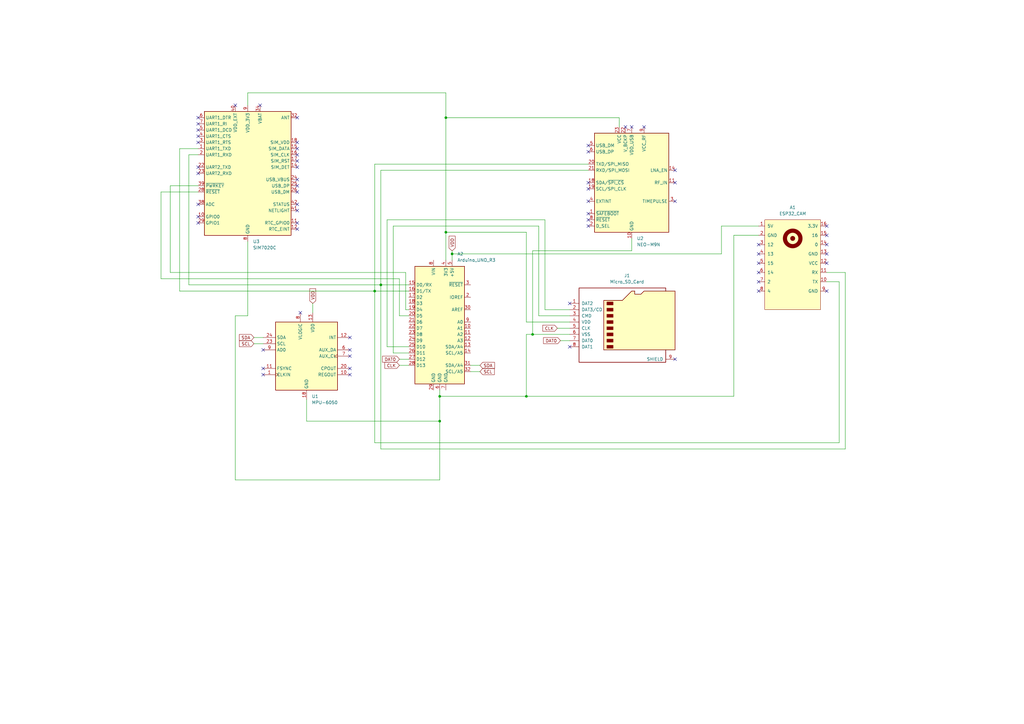
<source format=kicad_sch>
(kicad_sch
	(version 20250114)
	(generator "eeschema")
	(generator_version "9.0")
	(uuid "94c65656-1549-4992-bcfb-fa16e0a12a01")
	(paper "A3")
	(title_block
		(title "Устройство контроля стиля вождения")
		(company "РТУ МИРЭА")
		(comment 2 "Лукьянов И.Н.")
	)
	(lib_symbols
		(symbol "Connector:Micro_SD_Card"
			(pin_names
				(offset 1.016)
			)
			(exclude_from_sim no)
			(in_bom yes)
			(on_board yes)
			(property "Reference" "J"
				(at -16.51 15.24 0)
				(effects
					(font
						(size 1.27 1.27)
					)
				)
			)
			(property "Value" "Micro_SD_Card"
				(at 16.51 15.24 0)
				(effects
					(font
						(size 1.27 1.27)
					)
					(justify right)
				)
			)
			(property "Footprint" ""
				(at 29.21 7.62 0)
				(effects
					(font
						(size 1.27 1.27)
					)
					(hide yes)
				)
			)
			(property "Datasheet" "https://www.we-online.com/components/products/datasheet/693072010801.pdf"
				(at 0 0 0)
				(effects
					(font
						(size 1.27 1.27)
					)
					(hide yes)
				)
			)
			(property "Description" "Micro SD Card Socket"
				(at 0 0 0)
				(effects
					(font
						(size 1.27 1.27)
					)
					(hide yes)
				)
			)
			(property "ki_keywords" "connector SD microsd"
				(at 0 0 0)
				(effects
					(font
						(size 1.27 1.27)
					)
					(hide yes)
				)
			)
			(property "ki_fp_filters" "microSD*"
				(at 0 0 0)
				(effects
					(font
						(size 1.27 1.27)
					)
					(hide yes)
				)
			)
			(symbol "Micro_SD_Card_0_1"
				(polyline
					(pts
						(xy -8.89 -11.43) (xy -8.89 8.89) (xy -1.27 8.89) (xy 2.54 12.7) (xy 3.81 12.7) (xy 3.81 11.43)
						(xy 6.35 11.43) (xy 7.62 12.7) (xy 20.32 12.7) (xy 20.32 -11.43) (xy -8.89 -11.43)
					)
					(stroke
						(width 0.254)
						(type default)
					)
					(fill
						(type background)
					)
				)
				(rectangle
					(start -7.62 8.255)
					(end -5.08 6.985)
					(stroke
						(width 0)
						(type default)
					)
					(fill
						(type outline)
					)
				)
				(rectangle
					(start -7.62 5.715)
					(end -5.08 4.445)
					(stroke
						(width 0)
						(type default)
					)
					(fill
						(type outline)
					)
				)
				(rectangle
					(start -7.62 3.175)
					(end -5.08 1.905)
					(stroke
						(width 0)
						(type default)
					)
					(fill
						(type outline)
					)
				)
				(rectangle
					(start -7.62 0.635)
					(end -5.08 -0.635)
					(stroke
						(width 0)
						(type default)
					)
					(fill
						(type outline)
					)
				)
				(rectangle
					(start -7.62 -1.905)
					(end -5.08 -3.175)
					(stroke
						(width 0)
						(type default)
					)
					(fill
						(type outline)
					)
				)
				(rectangle
					(start -7.62 -4.445)
					(end -5.08 -5.715)
					(stroke
						(width 0)
						(type default)
					)
					(fill
						(type outline)
					)
				)
				(rectangle
					(start -7.62 -6.985)
					(end -5.08 -8.255)
					(stroke
						(width 0)
						(type default)
					)
					(fill
						(type outline)
					)
				)
				(rectangle
					(start -7.62 -9.525)
					(end -5.08 -10.795)
					(stroke
						(width 0)
						(type default)
					)
					(fill
						(type outline)
					)
				)
				(polyline
					(pts
						(xy 16.51 12.7) (xy 16.51 13.97) (xy -19.05 13.97) (xy -19.05 -16.51) (xy 16.51 -16.51) (xy 16.51 -11.43)
					)
					(stroke
						(width 0.254)
						(type default)
					)
					(fill
						(type none)
					)
				)
			)
			(symbol "Micro_SD_Card_1_1"
				(pin bidirectional line
					(at -22.86 7.62 0)
					(length 3.81)
					(name "DAT2"
						(effects
							(font
								(size 1.27 1.27)
							)
						)
					)
					(number "1"
						(effects
							(font
								(size 1.27 1.27)
							)
						)
					)
				)
				(pin bidirectional line
					(at -22.86 5.08 0)
					(length 3.81)
					(name "DAT3/CD"
						(effects
							(font
								(size 1.27 1.27)
							)
						)
					)
					(number "2"
						(effects
							(font
								(size 1.27 1.27)
							)
						)
					)
				)
				(pin input line
					(at -22.86 2.54 0)
					(length 3.81)
					(name "CMD"
						(effects
							(font
								(size 1.27 1.27)
							)
						)
					)
					(number "3"
						(effects
							(font
								(size 1.27 1.27)
							)
						)
					)
				)
				(pin power_in line
					(at -22.86 0 0)
					(length 3.81)
					(name "VDD"
						(effects
							(font
								(size 1.27 1.27)
							)
						)
					)
					(number "4"
						(effects
							(font
								(size 1.27 1.27)
							)
						)
					)
				)
				(pin input line
					(at -22.86 -2.54 0)
					(length 3.81)
					(name "CLK"
						(effects
							(font
								(size 1.27 1.27)
							)
						)
					)
					(number "5"
						(effects
							(font
								(size 1.27 1.27)
							)
						)
					)
				)
				(pin power_in line
					(at -22.86 -5.08 0)
					(length 3.81)
					(name "VSS"
						(effects
							(font
								(size 1.27 1.27)
							)
						)
					)
					(number "6"
						(effects
							(font
								(size 1.27 1.27)
							)
						)
					)
				)
				(pin bidirectional line
					(at -22.86 -7.62 0)
					(length 3.81)
					(name "DAT0"
						(effects
							(font
								(size 1.27 1.27)
							)
						)
					)
					(number "7"
						(effects
							(font
								(size 1.27 1.27)
							)
						)
					)
				)
				(pin bidirectional line
					(at -22.86 -10.16 0)
					(length 3.81)
					(name "DAT1"
						(effects
							(font
								(size 1.27 1.27)
							)
						)
					)
					(number "8"
						(effects
							(font
								(size 1.27 1.27)
							)
						)
					)
				)
				(pin passive line
					(at 20.32 -15.24 180)
					(length 3.81)
					(name "SHIELD"
						(effects
							(font
								(size 1.27 1.27)
							)
						)
					)
					(number "9"
						(effects
							(font
								(size 1.27 1.27)
							)
						)
					)
				)
			)
			(embedded_fonts no)
		)
		(symbol "MCU_Module:Arduino_UNO_R3"
			(exclude_from_sim no)
			(in_bom yes)
			(on_board yes)
			(property "Reference" "A"
				(at -10.16 23.495 0)
				(effects
					(font
						(size 1.27 1.27)
					)
					(justify left bottom)
				)
			)
			(property "Value" "Arduino_UNO_R3"
				(at 5.08 -26.67 0)
				(effects
					(font
						(size 1.27 1.27)
					)
					(justify left top)
				)
			)
			(property "Footprint" "Module:Arduino_UNO_R3"
				(at 0 0 0)
				(effects
					(font
						(size 1.27 1.27)
						(italic yes)
					)
					(hide yes)
				)
			)
			(property "Datasheet" "https://www.arduino.cc/en/Main/arduinoBoardUno"
				(at 0 0 0)
				(effects
					(font
						(size 1.27 1.27)
					)
					(hide yes)
				)
			)
			(property "Description" "Arduino UNO Microcontroller Module, release 3"
				(at 0 0 0)
				(effects
					(font
						(size 1.27 1.27)
					)
					(hide yes)
				)
			)
			(property "ki_keywords" "Arduino UNO R3 Microcontroller Module Atmel AVR USB"
				(at 0 0 0)
				(effects
					(font
						(size 1.27 1.27)
					)
					(hide yes)
				)
			)
			(property "ki_fp_filters" "Arduino*UNO*R3*"
				(at 0 0 0)
				(effects
					(font
						(size 1.27 1.27)
					)
					(hide yes)
				)
			)
			(symbol "Arduino_UNO_R3_0_1"
				(rectangle
					(start -10.16 22.86)
					(end 10.16 -25.4)
					(stroke
						(width 0.254)
						(type default)
					)
					(fill
						(type background)
					)
				)
			)
			(symbol "Arduino_UNO_R3_1_1"
				(pin bidirectional line
					(at -12.7 15.24 0)
					(length 2.54)
					(name "D0/RX"
						(effects
							(font
								(size 1.27 1.27)
							)
						)
					)
					(number "15"
						(effects
							(font
								(size 1.27 1.27)
							)
						)
					)
				)
				(pin bidirectional line
					(at -12.7 12.7 0)
					(length 2.54)
					(name "D1/TX"
						(effects
							(font
								(size 1.27 1.27)
							)
						)
					)
					(number "16"
						(effects
							(font
								(size 1.27 1.27)
							)
						)
					)
				)
				(pin bidirectional line
					(at -12.7 10.16 0)
					(length 2.54)
					(name "D2"
						(effects
							(font
								(size 1.27 1.27)
							)
						)
					)
					(number "17"
						(effects
							(font
								(size 1.27 1.27)
							)
						)
					)
				)
				(pin bidirectional line
					(at -12.7 7.62 0)
					(length 2.54)
					(name "D3"
						(effects
							(font
								(size 1.27 1.27)
							)
						)
					)
					(number "18"
						(effects
							(font
								(size 1.27 1.27)
							)
						)
					)
				)
				(pin bidirectional line
					(at -12.7 5.08 0)
					(length 2.54)
					(name "D4"
						(effects
							(font
								(size 1.27 1.27)
							)
						)
					)
					(number "19"
						(effects
							(font
								(size 1.27 1.27)
							)
						)
					)
				)
				(pin bidirectional line
					(at -12.7 2.54 0)
					(length 2.54)
					(name "D5"
						(effects
							(font
								(size 1.27 1.27)
							)
						)
					)
					(number "20"
						(effects
							(font
								(size 1.27 1.27)
							)
						)
					)
				)
				(pin bidirectional line
					(at -12.7 0 0)
					(length 2.54)
					(name "D6"
						(effects
							(font
								(size 1.27 1.27)
							)
						)
					)
					(number "21"
						(effects
							(font
								(size 1.27 1.27)
							)
						)
					)
				)
				(pin bidirectional line
					(at -12.7 -2.54 0)
					(length 2.54)
					(name "D7"
						(effects
							(font
								(size 1.27 1.27)
							)
						)
					)
					(number "22"
						(effects
							(font
								(size 1.27 1.27)
							)
						)
					)
				)
				(pin bidirectional line
					(at -12.7 -5.08 0)
					(length 2.54)
					(name "D8"
						(effects
							(font
								(size 1.27 1.27)
							)
						)
					)
					(number "23"
						(effects
							(font
								(size 1.27 1.27)
							)
						)
					)
				)
				(pin bidirectional line
					(at -12.7 -7.62 0)
					(length 2.54)
					(name "D9"
						(effects
							(font
								(size 1.27 1.27)
							)
						)
					)
					(number "24"
						(effects
							(font
								(size 1.27 1.27)
							)
						)
					)
				)
				(pin bidirectional line
					(at -12.7 -10.16 0)
					(length 2.54)
					(name "D10"
						(effects
							(font
								(size 1.27 1.27)
							)
						)
					)
					(number "25"
						(effects
							(font
								(size 1.27 1.27)
							)
						)
					)
				)
				(pin bidirectional line
					(at -12.7 -12.7 0)
					(length 2.54)
					(name "D11"
						(effects
							(font
								(size 1.27 1.27)
							)
						)
					)
					(number "26"
						(effects
							(font
								(size 1.27 1.27)
							)
						)
					)
				)
				(pin bidirectional line
					(at -12.7 -15.24 0)
					(length 2.54)
					(name "D12"
						(effects
							(font
								(size 1.27 1.27)
							)
						)
					)
					(number "27"
						(effects
							(font
								(size 1.27 1.27)
							)
						)
					)
				)
				(pin bidirectional line
					(at -12.7 -17.78 0)
					(length 2.54)
					(name "D13"
						(effects
							(font
								(size 1.27 1.27)
							)
						)
					)
					(number "28"
						(effects
							(font
								(size 1.27 1.27)
							)
						)
					)
				)
				(pin no_connect line
					(at -10.16 -20.32 0)
					(length 2.54)
					(hide yes)
					(name "NC"
						(effects
							(font
								(size 1.27 1.27)
							)
						)
					)
					(number "1"
						(effects
							(font
								(size 1.27 1.27)
							)
						)
					)
				)
				(pin power_in line
					(at -2.54 25.4 270)
					(length 2.54)
					(name "VIN"
						(effects
							(font
								(size 1.27 1.27)
							)
						)
					)
					(number "8"
						(effects
							(font
								(size 1.27 1.27)
							)
						)
					)
				)
				(pin power_in line
					(at -2.54 -27.94 90)
					(length 2.54)
					(name "GND"
						(effects
							(font
								(size 1.27 1.27)
							)
						)
					)
					(number "29"
						(effects
							(font
								(size 1.27 1.27)
							)
						)
					)
				)
				(pin power_in line
					(at 0 -27.94 90)
					(length 2.54)
					(name "GND"
						(effects
							(font
								(size 1.27 1.27)
							)
						)
					)
					(number "6"
						(effects
							(font
								(size 1.27 1.27)
							)
						)
					)
				)
				(pin power_out line
					(at 2.54 25.4 270)
					(length 2.54)
					(name "3V3"
						(effects
							(font
								(size 1.27 1.27)
							)
						)
					)
					(number "4"
						(effects
							(font
								(size 1.27 1.27)
							)
						)
					)
				)
				(pin power_in line
					(at 2.54 -27.94 90)
					(length 2.54)
					(name "GND"
						(effects
							(font
								(size 1.27 1.27)
							)
						)
					)
					(number "7"
						(effects
							(font
								(size 1.27 1.27)
							)
						)
					)
				)
				(pin power_out line
					(at 5.08 25.4 270)
					(length 2.54)
					(name "+5V"
						(effects
							(font
								(size 1.27 1.27)
							)
						)
					)
					(number "5"
						(effects
							(font
								(size 1.27 1.27)
							)
						)
					)
				)
				(pin input line
					(at 12.7 15.24 180)
					(length 2.54)
					(name "~{RESET}"
						(effects
							(font
								(size 1.27 1.27)
							)
						)
					)
					(number "3"
						(effects
							(font
								(size 1.27 1.27)
							)
						)
					)
				)
				(pin output line
					(at 12.7 10.16 180)
					(length 2.54)
					(name "IOREF"
						(effects
							(font
								(size 1.27 1.27)
							)
						)
					)
					(number "2"
						(effects
							(font
								(size 1.27 1.27)
							)
						)
					)
				)
				(pin input line
					(at 12.7 5.08 180)
					(length 2.54)
					(name "AREF"
						(effects
							(font
								(size 1.27 1.27)
							)
						)
					)
					(number "30"
						(effects
							(font
								(size 1.27 1.27)
							)
						)
					)
				)
				(pin bidirectional line
					(at 12.7 0 180)
					(length 2.54)
					(name "A0"
						(effects
							(font
								(size 1.27 1.27)
							)
						)
					)
					(number "9"
						(effects
							(font
								(size 1.27 1.27)
							)
						)
					)
				)
				(pin bidirectional line
					(at 12.7 -2.54 180)
					(length 2.54)
					(name "A1"
						(effects
							(font
								(size 1.27 1.27)
							)
						)
					)
					(number "10"
						(effects
							(font
								(size 1.27 1.27)
							)
						)
					)
				)
				(pin bidirectional line
					(at 12.7 -5.08 180)
					(length 2.54)
					(name "A2"
						(effects
							(font
								(size 1.27 1.27)
							)
						)
					)
					(number "11"
						(effects
							(font
								(size 1.27 1.27)
							)
						)
					)
				)
				(pin bidirectional line
					(at 12.7 -7.62 180)
					(length 2.54)
					(name "A3"
						(effects
							(font
								(size 1.27 1.27)
							)
						)
					)
					(number "12"
						(effects
							(font
								(size 1.27 1.27)
							)
						)
					)
				)
				(pin bidirectional line
					(at 12.7 -10.16 180)
					(length 2.54)
					(name "SDA/A4"
						(effects
							(font
								(size 1.27 1.27)
							)
						)
					)
					(number "13"
						(effects
							(font
								(size 1.27 1.27)
							)
						)
					)
				)
				(pin bidirectional line
					(at 12.7 -12.7 180)
					(length 2.54)
					(name "SCL/A5"
						(effects
							(font
								(size 1.27 1.27)
							)
						)
					)
					(number "14"
						(effects
							(font
								(size 1.27 1.27)
							)
						)
					)
				)
				(pin bidirectional line
					(at 12.7 -17.78 180)
					(length 2.54)
					(name "SDA/A4"
						(effects
							(font
								(size 1.27 1.27)
							)
						)
					)
					(number "31"
						(effects
							(font
								(size 1.27 1.27)
							)
						)
					)
				)
				(pin bidirectional line
					(at 12.7 -20.32 180)
					(length 2.54)
					(name "SCL/A5"
						(effects
							(font
								(size 1.27 1.27)
							)
						)
					)
					(number "32"
						(effects
							(font
								(size 1.27 1.27)
							)
						)
					)
				)
			)
			(embedded_fonts no)
		)
		(symbol "PCM_SL_Development_Board:ESP32_CAM"
			(pin_names
				(offset 1.016)
			)
			(exclude_from_sim no)
			(in_bom yes)
			(on_board yes)
			(property "Reference" "A"
				(at 0 16.51 0)
				(effects
					(font
						(size 1.27 1.27)
					)
				)
			)
			(property "Value" "ESP32_CAM"
				(at 0 -19.05 0)
				(effects
					(font
						(size 1.27 1.27)
					)
				)
			)
			(property "Footprint" "PCM_SL_Development_Boards:ESP32-CAM"
				(at -1.27 -7.62 0)
				(effects
					(font
						(size 1.27 1.27)
					)
					(hide yes)
				)
			)
			(property "Datasheet" ""
				(at -16.51 13.97 0)
				(effects
					(font
						(size 1.27 1.27)
					)
					(hide yes)
				)
			)
			(property "Description" "ESP32-S SoC with onboard camera and MicroSD card support."
				(at 0 0 0)
				(effects
					(font
						(size 1.27 1.27)
					)
					(hide yes)
				)
			)
			(property "ki_keywords" "ESP32 CAM"
				(at 0 0 0)
				(effects
					(font
						(size 1.27 1.27)
					)
					(hide yes)
				)
			)
			(symbol "ESP32_CAM_0_1"
				(rectangle
					(start -11.43 15.24)
					(end 11.43 -21.59)
					(stroke
						(width 0)
						(type default)
					)
					(fill
						(type background)
					)
				)
				(circle
					(center 0 7.62)
					(radius 0.508)
					(stroke
						(width 1)
						(type default)
					)
					(fill
						(type none)
					)
				)
				(circle
					(center 0 7.62)
					(radius 3.175)
					(stroke
						(width 1.7)
						(type default)
					)
					(fill
						(type none)
					)
				)
				(circle
					(center 0 7.62)
					(radius 3.5814)
					(stroke
						(width 0)
						(type default)
					)
					(fill
						(type none)
					)
				)
			)
			(symbol "ESP32_CAM_1_1"
				(pin power_in line
					(at -13.97 12.7 0)
					(length 2.54)
					(name "5V"
						(effects
							(font
								(size 1.27 1.27)
							)
						)
					)
					(number "1"
						(effects
							(font
								(size 1.27 1.27)
							)
						)
					)
				)
				(pin power_in line
					(at -13.97 8.89 0)
					(length 2.54)
					(name "GND"
						(effects
							(font
								(size 1.27 1.27)
							)
						)
					)
					(number "2"
						(effects
							(font
								(size 1.27 1.27)
							)
						)
					)
				)
				(pin bidirectional line
					(at -13.97 5.08 0)
					(length 2.54)
					(name "12"
						(effects
							(font
								(size 1.27 1.27)
							)
						)
					)
					(number "3"
						(effects
							(font
								(size 1.27 1.27)
							)
						)
					)
				)
				(pin bidirectional line
					(at -13.97 1.27 0)
					(length 2.54)
					(name "13"
						(effects
							(font
								(size 1.27 1.27)
							)
						)
					)
					(number "4"
						(effects
							(font
								(size 1.27 1.27)
							)
						)
					)
				)
				(pin bidirectional line
					(at -13.97 -2.54 0)
					(length 2.54)
					(name "15"
						(effects
							(font
								(size 1.27 1.27)
							)
						)
					)
					(number "5"
						(effects
							(font
								(size 1.27 1.27)
							)
						)
					)
				)
				(pin bidirectional line
					(at -13.97 -6.35 0)
					(length 2.54)
					(name "14"
						(effects
							(font
								(size 1.27 1.27)
							)
						)
					)
					(number "6"
						(effects
							(font
								(size 1.27 1.27)
							)
						)
					)
				)
				(pin bidirectional line
					(at -13.97 -10.16 0)
					(length 2.54)
					(name "2"
						(effects
							(font
								(size 1.27 1.27)
							)
						)
					)
					(number "7"
						(effects
							(font
								(size 1.27 1.27)
							)
						)
					)
				)
				(pin bidirectional line
					(at -13.97 -13.97 0)
					(length 2.54)
					(name "4"
						(effects
							(font
								(size 1.27 1.27)
							)
						)
					)
					(number "8"
						(effects
							(font
								(size 1.27 1.27)
							)
						)
					)
				)
				(pin power_in line
					(at 13.97 12.7 180)
					(length 2.54)
					(name "3.3V"
						(effects
							(font
								(size 1.27 1.27)
							)
						)
					)
					(number "16"
						(effects
							(font
								(size 1.27 1.27)
							)
						)
					)
				)
				(pin bidirectional line
					(at 13.97 8.89 180)
					(length 2.54)
					(name "16"
						(effects
							(font
								(size 1.27 1.27)
							)
						)
					)
					(number "15"
						(effects
							(font
								(size 1.27 1.27)
							)
						)
					)
				)
				(pin bidirectional line
					(at 13.97 5.08 180)
					(length 2.54)
					(name "0"
						(effects
							(font
								(size 1.27 1.27)
							)
						)
					)
					(number "14"
						(effects
							(font
								(size 1.27 1.27)
							)
						)
					)
				)
				(pin power_in line
					(at 13.97 1.27 180)
					(length 2.54)
					(name "GND"
						(effects
							(font
								(size 1.27 1.27)
							)
						)
					)
					(number "13"
						(effects
							(font
								(size 1.27 1.27)
							)
						)
					)
				)
				(pin power_in line
					(at 13.97 -2.54 180)
					(length 2.54)
					(name "VCC"
						(effects
							(font
								(size 1.27 1.27)
							)
						)
					)
					(number "12"
						(effects
							(font
								(size 1.27 1.27)
							)
						)
					)
				)
				(pin input line
					(at 13.97 -6.35 180)
					(length 2.54)
					(name "RX"
						(effects
							(font
								(size 1.27 1.27)
							)
						)
					)
					(number "11"
						(effects
							(font
								(size 1.27 1.27)
							)
						)
					)
				)
				(pin output line
					(at 13.97 -10.16 180)
					(length 2.54)
					(name "TX"
						(effects
							(font
								(size 1.27 1.27)
							)
						)
					)
					(number "10"
						(effects
							(font
								(size 1.27 1.27)
							)
						)
					)
				)
				(pin power_in line
					(at 13.97 -13.97 180)
					(length 2.54)
					(name "GND"
						(effects
							(font
								(size 1.27 1.27)
							)
						)
					)
					(number "9"
						(effects
							(font
								(size 1.27 1.27)
							)
						)
					)
				)
			)
			(embedded_fonts no)
		)
		(symbol "RF_GPS:NEO-M9N"
			(exclude_from_sim no)
			(in_bom yes)
			(on_board yes)
			(property "Reference" "U"
				(at -13.97 21.59 0)
				(effects
					(font
						(size 1.27 1.27)
					)
				)
			)
			(property "Value" "NEO-M9N"
				(at 11.43 21.59 0)
				(effects
					(font
						(size 1.27 1.27)
					)
				)
			)
			(property "Footprint" "RF_GPS:ublox_NEO"
				(at 10.16 -21.59 0)
				(effects
					(font
						(size 1.27 1.27)
					)
					(hide yes)
				)
			)
			(property "Datasheet" "https://www.u-blox.com/sites/default/files/NEO-M9N-00B_DataSheet_UBX-19014285.pdf"
				(at 0 0 0)
				(effects
					(font
						(size 1.27 1.27)
					)
					(hide yes)
				)
			)
			(property "Description" "GNSS Module NEO M8, VCC 2.7V to 3.6V"
				(at 0 0 0)
				(effects
					(font
						(size 1.27 1.27)
					)
					(hide yes)
				)
			)
			(property "ki_keywords" "ublox GPS GNSS module"
				(at 0 0 0)
				(effects
					(font
						(size 1.27 1.27)
					)
					(hide yes)
				)
			)
			(property "ki_fp_filters" "ublox*NEO*"
				(at 0 0 0)
				(effects
					(font
						(size 1.27 1.27)
					)
					(hide yes)
				)
			)
			(symbol "NEO-M9N_0_1"
				(rectangle
					(start -15.24 20.32)
					(end 15.24 -20.32)
					(stroke
						(width 0.254)
						(type default)
					)
					(fill
						(type background)
					)
				)
			)
			(symbol "NEO-M9N_1_1"
				(pin bidirectional line
					(at -17.78 15.24 0)
					(length 2.54)
					(name "USB_DM"
						(effects
							(font
								(size 1.27 1.27)
							)
						)
					)
					(number "5"
						(effects
							(font
								(size 1.27 1.27)
							)
						)
					)
				)
				(pin bidirectional line
					(at -17.78 12.7 0)
					(length 2.54)
					(name "USB_DP"
						(effects
							(font
								(size 1.27 1.27)
							)
						)
					)
					(number "6"
						(effects
							(font
								(size 1.27 1.27)
							)
						)
					)
				)
				(pin output line
					(at -17.78 7.62 0)
					(length 2.54)
					(name "TXD/SPI_MISO"
						(effects
							(font
								(size 1.27 1.27)
							)
						)
					)
					(number "20"
						(effects
							(font
								(size 1.27 1.27)
							)
						)
					)
				)
				(pin input line
					(at -17.78 5.08 0)
					(length 2.54)
					(name "RXD/SPI_MOSI"
						(effects
							(font
								(size 1.27 1.27)
							)
						)
					)
					(number "21"
						(effects
							(font
								(size 1.27 1.27)
							)
						)
					)
				)
				(pin bidirectional line
					(at -17.78 0 0)
					(length 2.54)
					(name "SDA/~{SPI_CS}"
						(effects
							(font
								(size 1.27 1.27)
							)
						)
					)
					(number "18"
						(effects
							(font
								(size 1.27 1.27)
							)
						)
					)
				)
				(pin input line
					(at -17.78 -2.54 0)
					(length 2.54)
					(name "SCL/SPI_CLK"
						(effects
							(font
								(size 1.27 1.27)
							)
						)
					)
					(number "19"
						(effects
							(font
								(size 1.27 1.27)
							)
						)
					)
				)
				(pin input line
					(at -17.78 -7.62 0)
					(length 2.54)
					(name "EXTINT"
						(effects
							(font
								(size 1.27 1.27)
							)
						)
					)
					(number "4"
						(effects
							(font
								(size 1.27 1.27)
							)
						)
					)
				)
				(pin input line
					(at -17.78 -12.7 0)
					(length 2.54)
					(name "~{SAFEBOOT}"
						(effects
							(font
								(size 1.27 1.27)
							)
						)
					)
					(number "1"
						(effects
							(font
								(size 1.27 1.27)
							)
						)
					)
				)
				(pin input line
					(at -17.78 -15.24 0)
					(length 2.54)
					(name "~{RESET}"
						(effects
							(font
								(size 1.27 1.27)
							)
						)
					)
					(number "8"
						(effects
							(font
								(size 1.27 1.27)
							)
						)
					)
				)
				(pin input line
					(at -17.78 -17.78 0)
					(length 2.54)
					(name "D_SEL"
						(effects
							(font
								(size 1.27 1.27)
							)
						)
					)
					(number "2"
						(effects
							(font
								(size 1.27 1.27)
							)
						)
					)
				)
				(pin power_in line
					(at -5.08 22.86 270)
					(length 2.54)
					(name "VCC"
						(effects
							(font
								(size 1.27 1.27)
							)
						)
					)
					(number "23"
						(effects
							(font
								(size 1.27 1.27)
							)
						)
					)
				)
				(pin power_in line
					(at -2.54 22.86 270)
					(length 2.54)
					(name "V_BCKP"
						(effects
							(font
								(size 1.27 1.27)
							)
						)
					)
					(number "22"
						(effects
							(font
								(size 1.27 1.27)
							)
						)
					)
				)
				(pin power_in line
					(at 0 22.86 270)
					(length 2.54)
					(name "VDD_USB"
						(effects
							(font
								(size 1.27 1.27)
							)
						)
					)
					(number "7"
						(effects
							(font
								(size 1.27 1.27)
							)
						)
					)
				)
				(pin power_in line
					(at 0 -22.86 90)
					(length 2.54)
					(name "GND"
						(effects
							(font
								(size 1.27 1.27)
							)
						)
					)
					(number "10"
						(effects
							(font
								(size 1.27 1.27)
							)
						)
					)
				)
				(pin passive line
					(at 0 -22.86 90)
					(length 2.54)
					(hide yes)
					(name "GND"
						(effects
							(font
								(size 1.27 1.27)
							)
						)
					)
					(number "12"
						(effects
							(font
								(size 1.27 1.27)
							)
						)
					)
				)
				(pin passive line
					(at 0 -22.86 90)
					(length 2.54)
					(hide yes)
					(name "GND"
						(effects
							(font
								(size 1.27 1.27)
							)
						)
					)
					(number "13"
						(effects
							(font
								(size 1.27 1.27)
							)
						)
					)
				)
				(pin passive line
					(at 0 -22.86 90)
					(length 2.54)
					(hide yes)
					(name "GND"
						(effects
							(font
								(size 1.27 1.27)
							)
						)
					)
					(number "24"
						(effects
							(font
								(size 1.27 1.27)
							)
						)
					)
				)
				(pin power_out line
					(at 5.08 22.86 270)
					(length 2.54)
					(name "VCC_RF"
						(effects
							(font
								(size 1.27 1.27)
							)
						)
					)
					(number "9"
						(effects
							(font
								(size 1.27 1.27)
							)
						)
					)
				)
				(pin no_connect line
					(at 15.24 -10.16 180)
					(length 2.54)
					(hide yes)
					(name "RESERVED"
						(effects
							(font
								(size 1.27 1.27)
							)
						)
					)
					(number "15"
						(effects
							(font
								(size 1.27 1.27)
							)
						)
					)
				)
				(pin no_connect line
					(at 15.24 -12.7 180)
					(length 2.54)
					(hide yes)
					(name "RESERVED"
						(effects
							(font
								(size 1.27 1.27)
							)
						)
					)
					(number "16"
						(effects
							(font
								(size 1.27 1.27)
							)
						)
					)
				)
				(pin no_connect line
					(at 15.24 -15.24 180)
					(length 2.54)
					(hide yes)
					(name "RESERVED"
						(effects
							(font
								(size 1.27 1.27)
							)
						)
					)
					(number "17"
						(effects
							(font
								(size 1.27 1.27)
							)
						)
					)
				)
				(pin output line
					(at 17.78 5.08 180)
					(length 2.54)
					(name "LNA_EN"
						(effects
							(font
								(size 1.27 1.27)
							)
						)
					)
					(number "14"
						(effects
							(font
								(size 1.27 1.27)
							)
						)
					)
				)
				(pin input line
					(at 17.78 0 180)
					(length 2.54)
					(name "RF_IN"
						(effects
							(font
								(size 1.27 1.27)
							)
						)
					)
					(number "11"
						(effects
							(font
								(size 1.27 1.27)
							)
						)
					)
				)
				(pin output line
					(at 17.78 -7.62 180)
					(length 2.54)
					(name "TIMEPULSE"
						(effects
							(font
								(size 1.27 1.27)
							)
						)
					)
					(number "3"
						(effects
							(font
								(size 1.27 1.27)
							)
						)
					)
				)
			)
			(embedded_fonts no)
		)
		(symbol "RF_GSM:SIM7020C"
			(exclude_from_sim no)
			(in_bom yes)
			(on_board yes)
			(property "Reference" "U"
				(at -15.24 26.67 0)
				(effects
					(font
						(size 1.27 1.27)
					)
				)
			)
			(property "Value" "SIM7020C"
				(at 12.7 26.67 0)
				(effects
					(font
						(size 1.27 1.27)
					)
				)
			)
			(property "Footprint" "RF_GSM:SIMCom_SIM800C"
				(at 13.97 -26.67 0)
				(effects
					(font
						(size 1.27 1.27)
					)
					(hide yes)
				)
			)
			(property "Datasheet" "https://simcom.ee/documents/SIM7020/SIM7020%20Hardware%20Design_V1.02.pdf"
				(at -118.11 -59.69 0)
				(effects
					(font
						(size 1.27 1.27)
					)
					(hide yes)
				)
			)
			(property "Description" "NB-IoT B1/B3/B5/B8, AT Command Set"
				(at 0 0 0)
				(effects
					(font
						(size 1.27 1.27)
					)
					(hide yes)
				)
			)
			(property "ki_keywords" "NB-IoT Data SMS"
				(at 0 0 0)
				(effects
					(font
						(size 1.27 1.27)
					)
					(hide yes)
				)
			)
			(property "ki_fp_filters" "SIMCom*SIM800C*"
				(at 0 0 0)
				(effects
					(font
						(size 1.27 1.27)
					)
					(hide yes)
				)
			)
			(symbol "SIM7020C_0_1"
				(rectangle
					(start -17.78 25.4)
					(end 17.78 -25.4)
					(stroke
						(width 0.254)
						(type default)
					)
					(fill
						(type background)
					)
				)
			)
			(symbol "SIM7020C_1_1"
				(pin input line
					(at -20.32 22.86 0)
					(length 2.54)
					(name "UART1_DTR"
						(effects
							(font
								(size 1.27 1.27)
							)
						)
					)
					(number "6"
						(effects
							(font
								(size 1.27 1.27)
							)
						)
					)
				)
				(pin output line
					(at -20.32 20.32 0)
					(length 2.54)
					(name "UART1_RI"
						(effects
							(font
								(size 1.27 1.27)
							)
						)
					)
					(number "7"
						(effects
							(font
								(size 1.27 1.27)
							)
						)
					)
				)
				(pin output line
					(at -20.32 17.78 0)
					(length 2.54)
					(name "UART1_DCD"
						(effects
							(font
								(size 1.27 1.27)
							)
						)
					)
					(number "5"
						(effects
							(font
								(size 1.27 1.27)
							)
						)
					)
				)
				(pin output line
					(at -20.32 15.24 0)
					(length 2.54)
					(name "UART1_CTS"
						(effects
							(font
								(size 1.27 1.27)
							)
						)
					)
					(number "4"
						(effects
							(font
								(size 1.27 1.27)
							)
						)
					)
				)
				(pin input line
					(at -20.32 12.7 0)
					(length 2.54)
					(name "UART1_RTS"
						(effects
							(font
								(size 1.27 1.27)
							)
						)
					)
					(number "3"
						(effects
							(font
								(size 1.27 1.27)
							)
						)
					)
				)
				(pin output line
					(at -20.32 10.16 0)
					(length 2.54)
					(name "UART1_TXD"
						(effects
							(font
								(size 1.27 1.27)
							)
						)
					)
					(number "1"
						(effects
							(font
								(size 1.27 1.27)
							)
						)
					)
				)
				(pin input line
					(at -20.32 7.62 0)
					(length 2.54)
					(name "UART1_RXD"
						(effects
							(font
								(size 1.27 1.27)
							)
						)
					)
					(number "2"
						(effects
							(font
								(size 1.27 1.27)
							)
						)
					)
				)
				(pin output line
					(at -20.32 2.54 0)
					(length 2.54)
					(name "UART2_TXD"
						(effects
							(font
								(size 1.27 1.27)
							)
						)
					)
					(number "22"
						(effects
							(font
								(size 1.27 1.27)
							)
						)
					)
				)
				(pin input line
					(at -20.32 0 0)
					(length 2.54)
					(name "UART2_RXD"
						(effects
							(font
								(size 1.27 1.27)
							)
						)
					)
					(number "23"
						(effects
							(font
								(size 1.27 1.27)
							)
						)
					)
				)
				(pin input line
					(at -20.32 -5.08 0)
					(length 2.54)
					(name "~{PWRKEY}"
						(effects
							(font
								(size 1.27 1.27)
							)
						)
					)
					(number "39"
						(effects
							(font
								(size 1.27 1.27)
							)
						)
					)
				)
				(pin input line
					(at -20.32 -7.62 0)
					(length 2.54)
					(name "~{RESET}"
						(effects
							(font
								(size 1.27 1.27)
							)
						)
					)
					(number "28"
						(effects
							(font
								(size 1.27 1.27)
							)
						)
					)
				)
				(pin input line
					(at -20.32 -12.7 0)
					(length 2.54)
					(name "ADC"
						(effects
							(font
								(size 1.27 1.27)
							)
						)
					)
					(number "38"
						(effects
							(font
								(size 1.27 1.27)
							)
						)
					)
				)
				(pin bidirectional line
					(at -20.32 -17.78 0)
					(length 2.54)
					(name "GPIO0"
						(effects
							(font
								(size 1.27 1.27)
							)
						)
					)
					(number "10"
						(effects
							(font
								(size 1.27 1.27)
							)
						)
					)
				)
				(pin bidirectional line
					(at -20.32 -20.32 0)
					(length 2.54)
					(name "GPIO1"
						(effects
							(font
								(size 1.27 1.27)
							)
						)
					)
					(number "29"
						(effects
							(font
								(size 1.27 1.27)
							)
						)
					)
				)
				(pin power_out line
					(at -5.08 27.94 270)
					(length 2.54)
					(name "VDD_EXT"
						(effects
							(font
								(size 1.27 1.27)
							)
						)
					)
					(number "40"
						(effects
							(font
								(size 1.27 1.27)
							)
						)
					)
				)
				(pin power_out line
					(at 0 27.94 270)
					(length 2.54)
					(name "VDD_3V3"
						(effects
							(font
								(size 1.27 1.27)
							)
						)
					)
					(number "9"
						(effects
							(font
								(size 1.27 1.27)
							)
						)
					)
				)
				(pin passive line
					(at 0 -27.94 90)
					(length 2.54)
					(hide yes)
					(name "GND"
						(effects
							(font
								(size 1.27 1.27)
							)
						)
					)
					(number "13"
						(effects
							(font
								(size 1.27 1.27)
							)
						)
					)
				)
				(pin passive line
					(at 0 -27.94 90)
					(length 2.54)
					(hide yes)
					(name "GND"
						(effects
							(font
								(size 1.27 1.27)
							)
						)
					)
					(number "19"
						(effects
							(font
								(size 1.27 1.27)
							)
						)
					)
				)
				(pin passive line
					(at 0 -27.94 90)
					(length 2.54)
					(hide yes)
					(name "GND"
						(effects
							(font
								(size 1.27 1.27)
							)
						)
					)
					(number "21"
						(effects
							(font
								(size 1.27 1.27)
							)
						)
					)
				)
				(pin passive line
					(at 0 -27.94 90)
					(length 2.54)
					(hide yes)
					(name "GND"
						(effects
							(font
								(size 1.27 1.27)
							)
						)
					)
					(number "27"
						(effects
							(font
								(size 1.27 1.27)
							)
						)
					)
				)
				(pin passive line
					(at 0 -27.94 90)
					(length 2.54)
					(hide yes)
					(name "GND"
						(effects
							(font
								(size 1.27 1.27)
							)
						)
					)
					(number "30"
						(effects
							(font
								(size 1.27 1.27)
							)
						)
					)
				)
				(pin passive line
					(at 0 -27.94 90)
					(length 2.54)
					(hide yes)
					(name "GND"
						(effects
							(font
								(size 1.27 1.27)
							)
						)
					)
					(number "31"
						(effects
							(font
								(size 1.27 1.27)
							)
						)
					)
				)
				(pin passive line
					(at 0 -27.94 90)
					(length 2.54)
					(hide yes)
					(name "GND"
						(effects
							(font
								(size 1.27 1.27)
							)
						)
					)
					(number "33"
						(effects
							(font
								(size 1.27 1.27)
							)
						)
					)
				)
				(pin passive line
					(at 0 -27.94 90)
					(length 2.54)
					(hide yes)
					(name "GND"
						(effects
							(font
								(size 1.27 1.27)
							)
						)
					)
					(number "36"
						(effects
							(font
								(size 1.27 1.27)
							)
						)
					)
				)
				(pin passive line
					(at 0 -27.94 90)
					(length 2.54)
					(hide yes)
					(name "GND"
						(effects
							(font
								(size 1.27 1.27)
							)
						)
					)
					(number "37"
						(effects
							(font
								(size 1.27 1.27)
							)
						)
					)
				)
				(pin power_in line
					(at 0 -27.94 90)
					(length 2.54)
					(name "GND"
						(effects
							(font
								(size 1.27 1.27)
							)
						)
					)
					(number "8"
						(effects
							(font
								(size 1.27 1.27)
							)
						)
					)
				)
				(pin power_in line
					(at 5.08 27.94 270)
					(length 2.54)
					(name "VBAT"
						(effects
							(font
								(size 1.27 1.27)
							)
						)
					)
					(number "34"
						(effects
							(font
								(size 1.27 1.27)
							)
						)
					)
				)
				(pin passive line
					(at 5.08 27.94 270)
					(length 2.54)
					(hide yes)
					(name "VBAT"
						(effects
							(font
								(size 1.27 1.27)
							)
						)
					)
					(number "35"
						(effects
							(font
								(size 1.27 1.27)
							)
						)
					)
				)
				(pin no_connect line
					(at 17.78 17.78 180)
					(length 2.54)
					(hide yes)
					(name "NC"
						(effects
							(font
								(size 1.27 1.27)
							)
						)
					)
					(number "20"
						(effects
							(font
								(size 1.27 1.27)
							)
						)
					)
				)
				(pin passive line
					(at 20.32 22.86 180)
					(length 2.54)
					(name "ANT"
						(effects
							(font
								(size 1.27 1.27)
							)
						)
					)
					(number "32"
						(effects
							(font
								(size 1.27 1.27)
							)
						)
					)
				)
				(pin power_out line
					(at 20.32 12.7 180)
					(length 2.54)
					(name "SIM_VDD"
						(effects
							(font
								(size 1.27 1.27)
							)
						)
					)
					(number "18"
						(effects
							(font
								(size 1.27 1.27)
							)
						)
					)
				)
				(pin bidirectional line
					(at 20.32 10.16 180)
					(length 2.54)
					(name "SIM_DATA"
						(effects
							(font
								(size 1.27 1.27)
							)
						)
					)
					(number "15"
						(effects
							(font
								(size 1.27 1.27)
							)
						)
					)
				)
				(pin output line
					(at 20.32 7.62 180)
					(length 2.54)
					(name "SIM_CLK"
						(effects
							(font
								(size 1.27 1.27)
							)
						)
					)
					(number "16"
						(effects
							(font
								(size 1.27 1.27)
							)
						)
					)
				)
				(pin output line
					(at 20.32 5.08 180)
					(length 2.54)
					(name "SIM_RST"
						(effects
							(font
								(size 1.27 1.27)
							)
						)
					)
					(number "17"
						(effects
							(font
								(size 1.27 1.27)
							)
						)
					)
				)
				(pin input line
					(at 20.32 2.54 180)
					(length 2.54)
					(name "SIM_DET"
						(effects
							(font
								(size 1.27 1.27)
							)
						)
					)
					(number "14"
						(effects
							(font
								(size 1.27 1.27)
							)
						)
					)
				)
				(pin input line
					(at 20.32 -2.54 180)
					(length 2.54)
					(name "USB_VBUS"
						(effects
							(font
								(size 1.27 1.27)
							)
						)
					)
					(number "24"
						(effects
							(font
								(size 1.27 1.27)
							)
						)
					)
				)
				(pin bidirectional line
					(at 20.32 -5.08 180)
					(length 2.54)
					(name "USB_DP"
						(effects
							(font
								(size 1.27 1.27)
							)
						)
					)
					(number "25"
						(effects
							(font
								(size 1.27 1.27)
							)
						)
					)
				)
				(pin bidirectional line
					(at 20.32 -7.62 180)
					(length 2.54)
					(name "USB_DM"
						(effects
							(font
								(size 1.27 1.27)
							)
						)
					)
					(number "26"
						(effects
							(font
								(size 1.27 1.27)
							)
						)
					)
				)
				(pin output line
					(at 20.32 -12.7 180)
					(length 2.54)
					(name "STATUS"
						(effects
							(font
								(size 1.27 1.27)
							)
						)
					)
					(number "42"
						(effects
							(font
								(size 1.27 1.27)
							)
						)
					)
				)
				(pin output line
					(at 20.32 -15.24 180)
					(length 2.54)
					(name "NETLIGHT"
						(effects
							(font
								(size 1.27 1.27)
							)
						)
					)
					(number "41"
						(effects
							(font
								(size 1.27 1.27)
							)
						)
					)
				)
				(pin output line
					(at 20.32 -20.32 180)
					(length 2.54)
					(name "RTC_GPIO0"
						(effects
							(font
								(size 1.27 1.27)
							)
						)
					)
					(number "11"
						(effects
							(font
								(size 1.27 1.27)
							)
						)
					)
				)
				(pin input line
					(at 20.32 -22.86 180)
					(length 2.54)
					(name "RTC_EINT"
						(effects
							(font
								(size 1.27 1.27)
							)
						)
					)
					(number "12"
						(effects
							(font
								(size 1.27 1.27)
							)
						)
					)
				)
			)
			(embedded_fonts no)
		)
		(symbol "Sensor_Motion:MPU-6050"
			(exclude_from_sim no)
			(in_bom yes)
			(on_board yes)
			(property "Reference" "U"
				(at -11.43 13.97 0)
				(effects
					(font
						(size 1.27 1.27)
					)
				)
			)
			(property "Value" "MPU-6050"
				(at 7.62 -15.24 0)
				(effects
					(font
						(size 1.27 1.27)
					)
				)
			)
			(property "Footprint" "Sensor_Motion:InvenSense_QFN-24_4x4mm_P0.5mm"
				(at 0 -20.32 0)
				(effects
					(font
						(size 1.27 1.27)
					)
					(hide yes)
				)
			)
			(property "Datasheet" "https://invensense.tdk.com/wp-content/uploads/2015/02/MPU-6000-Datasheet1.pdf"
				(at 0 -3.81 0)
				(effects
					(font
						(size 1.27 1.27)
					)
					(hide yes)
				)
			)
			(property "Description" "InvenSense 6-Axis Motion Sensor, Gyroscope, Accelerometer, I2C"
				(at 0 0 0)
				(effects
					(font
						(size 1.27 1.27)
					)
					(hide yes)
				)
			)
			(property "ki_keywords" "mems"
				(at 0 0 0)
				(effects
					(font
						(size 1.27 1.27)
					)
					(hide yes)
				)
			)
			(property "ki_fp_filters" "*QFN*4x4mm*P0.5mm*"
				(at 0 0 0)
				(effects
					(font
						(size 1.27 1.27)
					)
					(hide yes)
				)
			)
			(symbol "MPU-6050_0_1"
				(rectangle
					(start -12.7 13.97)
					(end 12.7 -13.97)
					(stroke
						(width 0.254)
						(type default)
					)
					(fill
						(type background)
					)
				)
			)
			(symbol "MPU-6050_1_1"
				(pin bidirectional line
					(at -17.78 7.62 0)
					(length 5.08)
					(name "SDA"
						(effects
							(font
								(size 1.27 1.27)
							)
						)
					)
					(number "24"
						(effects
							(font
								(size 1.27 1.27)
							)
						)
					)
				)
				(pin input line
					(at -17.78 5.08 0)
					(length 5.08)
					(name "SCL"
						(effects
							(font
								(size 1.27 1.27)
							)
						)
					)
					(number "23"
						(effects
							(font
								(size 1.27 1.27)
							)
						)
					)
				)
				(pin input line
					(at -17.78 2.54 0)
					(length 5.08)
					(name "AD0"
						(effects
							(font
								(size 1.27 1.27)
							)
						)
					)
					(number "9"
						(effects
							(font
								(size 1.27 1.27)
							)
						)
					)
				)
				(pin input line
					(at -17.78 -5.08 0)
					(length 5.08)
					(name "FSYNC"
						(effects
							(font
								(size 1.27 1.27)
							)
						)
					)
					(number "11"
						(effects
							(font
								(size 1.27 1.27)
							)
						)
					)
				)
				(pin input clock
					(at -17.78 -7.62 0)
					(length 5.08)
					(name "CLKIN"
						(effects
							(font
								(size 1.27 1.27)
							)
						)
					)
					(number "1"
						(effects
							(font
								(size 1.27 1.27)
							)
						)
					)
				)
				(pin no_connect line
					(at -12.7 12.7 0)
					(length 2.54)
					(hide yes)
					(name "NC"
						(effects
							(font
								(size 1.27 1.27)
							)
						)
					)
					(number "2"
						(effects
							(font
								(size 1.27 1.27)
							)
						)
					)
				)
				(pin no_connect line
					(at -12.7 10.16 0)
					(length 2.54)
					(hide yes)
					(name "NC"
						(effects
							(font
								(size 1.27 1.27)
							)
						)
					)
					(number "3"
						(effects
							(font
								(size 1.27 1.27)
							)
						)
					)
				)
				(pin no_connect line
					(at -12.7 0 0)
					(length 2.54)
					(hide yes)
					(name "NC"
						(effects
							(font
								(size 1.27 1.27)
							)
						)
					)
					(number "4"
						(effects
							(font
								(size 1.27 1.27)
							)
						)
					)
				)
				(pin no_connect line
					(at -12.7 -2.54 0)
					(length 2.54)
					(hide yes)
					(name "NC"
						(effects
							(font
								(size 1.27 1.27)
							)
						)
					)
					(number "5"
						(effects
							(font
								(size 1.27 1.27)
							)
						)
					)
				)
				(pin no_connect line
					(at -12.7 -10.16 0)
					(length 2.54)
					(hide yes)
					(name "NC"
						(effects
							(font
								(size 1.27 1.27)
							)
						)
					)
					(number "14"
						(effects
							(font
								(size 1.27 1.27)
							)
						)
					)
				)
				(pin power_in line
					(at -2.54 17.78 270)
					(length 3.81)
					(name "VLOGIC"
						(effects
							(font
								(size 1.27 1.27)
							)
						)
					)
					(number "8"
						(effects
							(font
								(size 1.27 1.27)
							)
						)
					)
				)
				(pin power_in line
					(at 0 -17.78 90)
					(length 3.81)
					(name "GND"
						(effects
							(font
								(size 1.27 1.27)
							)
						)
					)
					(number "18"
						(effects
							(font
								(size 1.27 1.27)
							)
						)
					)
				)
				(pin power_in line
					(at 2.54 17.78 270)
					(length 3.81)
					(name "VDD"
						(effects
							(font
								(size 1.27 1.27)
							)
						)
					)
					(number "13"
						(effects
							(font
								(size 1.27 1.27)
							)
						)
					)
				)
				(pin no_connect line
					(at 12.7 12.7 180)
					(length 2.54)
					(hide yes)
					(name "NC"
						(effects
							(font
								(size 1.27 1.27)
							)
						)
					)
					(number "15"
						(effects
							(font
								(size 1.27 1.27)
							)
						)
					)
				)
				(pin no_connect line
					(at 12.7 10.16 180)
					(length 2.54)
					(hide yes)
					(name "NC"
						(effects
							(font
								(size 1.27 1.27)
							)
						)
					)
					(number "16"
						(effects
							(font
								(size 1.27 1.27)
							)
						)
					)
				)
				(pin no_connect line
					(at 12.7 5.08 180)
					(length 2.54)
					(hide yes)
					(name "NC"
						(effects
							(font
								(size 1.27 1.27)
							)
						)
					)
					(number "17"
						(effects
							(font
								(size 1.27 1.27)
							)
						)
					)
				)
				(pin no_connect line
					(at 12.7 -2.54 180)
					(length 2.54)
					(hide yes)
					(name "RESV"
						(effects
							(font
								(size 1.27 1.27)
							)
						)
					)
					(number "21"
						(effects
							(font
								(size 1.27 1.27)
							)
						)
					)
				)
				(pin no_connect line
					(at 12.7 -10.16 180)
					(length 2.54)
					(hide yes)
					(name "RESV"
						(effects
							(font
								(size 1.27 1.27)
							)
						)
					)
					(number "19"
						(effects
							(font
								(size 1.27 1.27)
							)
						)
					)
				)
				(pin no_connect line
					(at 12.7 -12.7 180)
					(length 2.54)
					(hide yes)
					(name "RESV"
						(effects
							(font
								(size 1.27 1.27)
							)
						)
					)
					(number "22"
						(effects
							(font
								(size 1.27 1.27)
							)
						)
					)
				)
				(pin output line
					(at 17.78 7.62 180)
					(length 5.08)
					(name "INT"
						(effects
							(font
								(size 1.27 1.27)
							)
						)
					)
					(number "12"
						(effects
							(font
								(size 1.27 1.27)
							)
						)
					)
				)
				(pin bidirectional line
					(at 17.78 2.54 180)
					(length 5.08)
					(name "AUX_DA"
						(effects
							(font
								(size 1.27 1.27)
							)
						)
					)
					(number "6"
						(effects
							(font
								(size 1.27 1.27)
							)
						)
					)
				)
				(pin output clock
					(at 17.78 0 180)
					(length 5.08)
					(name "AUX_CL"
						(effects
							(font
								(size 1.27 1.27)
							)
						)
					)
					(number "7"
						(effects
							(font
								(size 1.27 1.27)
							)
						)
					)
				)
				(pin passive line
					(at 17.78 -5.08 180)
					(length 5.08)
					(name "CPOUT"
						(effects
							(font
								(size 1.27 1.27)
							)
						)
					)
					(number "20"
						(effects
							(font
								(size 1.27 1.27)
							)
						)
					)
				)
				(pin passive line
					(at 17.78 -7.62 180)
					(length 5.08)
					(name "REGOUT"
						(effects
							(font
								(size 1.27 1.27)
							)
						)
					)
					(number "10"
						(effects
							(font
								(size 1.27 1.27)
							)
						)
					)
				)
			)
			(embedded_fonts no)
		)
	)
	(junction
		(at 215.9 162.56)
		(diameter 0)
		(color 0 0 0 0)
		(uuid "12845ccd-22e3-4ae4-a852-54e4b6e26e7d")
	)
	(junction
		(at 218.44 137.16)
		(diameter 0)
		(color 0 0 0 0)
		(uuid "140ab820-adac-478f-b8bd-a7261e7b8462")
	)
	(junction
		(at 180.34 172.72)
		(diameter 0)
		(color 0 0 0 0)
		(uuid "38f1a6e1-f0a4-4b9b-ad37-5082cfb97723")
	)
	(junction
		(at 153.67 119.38)
		(diameter 0)
		(color 0 0 0 0)
		(uuid "3b939332-b76a-43c2-8557-131b98b56da7")
	)
	(junction
		(at 182.88 95.25)
		(diameter 0)
		(color 0 0 0 0)
		(uuid "6f988eaf-61ba-4e6b-9bbf-d0b6c7be956e")
	)
	(junction
		(at 182.88 48.26)
		(diameter 0)
		(color 0 0 0 0)
		(uuid "7bcd5d76-e4d4-4d86-bf3c-c349621b3b6a")
	)
	(junction
		(at 185.42 104.14)
		(diameter 0)
		(color 0 0 0 0)
		(uuid "9671af64-5f52-4d2d-b1a5-2286d3bc1d13")
	)
	(junction
		(at 180.34 162.56)
		(diameter 0)
		(color 0 0 0 0)
		(uuid "a4cdc59f-cb54-4c00-9b74-f4e152e5ff19")
	)
	(junction
		(at 156.21 116.84)
		(diameter 0)
		(color 0 0 0 0)
		(uuid "da9404b1-93db-480b-9771-d532cabdec0f")
	)
	(no_connect
		(at 311.15 111.76)
		(uuid "0b39671e-d431-4c4c-bca9-537104fcc2e1")
	)
	(no_connect
		(at 81.28 91.44)
		(uuid "0f06e4bd-4d36-470c-9492-4bb783416484")
	)
	(no_connect
		(at 311.15 119.38)
		(uuid "0f32c132-a2ad-4d58-92e4-f4944145d03d")
	)
	(no_connect
		(at 96.52 43.18)
		(uuid "15075c86-b609-4a36-bd36-aa609082c908")
	)
	(no_connect
		(at 107.95 153.67)
		(uuid "153fbab0-8888-455d-92a5-0d4f0885b952")
	)
	(no_connect
		(at 276.86 82.55)
		(uuid "1a2f78cb-1cbf-4cfe-ab81-305b411ac605")
	)
	(no_connect
		(at 339.09 92.71)
		(uuid "1efb6748-474a-434d-af96-53b5bf687d6f")
	)
	(no_connect
		(at 81.28 55.88)
		(uuid "227bf30c-7435-4dda-8c3a-f79220abf61b")
	)
	(no_connect
		(at 121.92 60.96)
		(uuid "237d6d50-b38c-48ba-93c8-b20f83760d8f")
	)
	(no_connect
		(at 81.28 88.9)
		(uuid "24f3ae44-572a-4e11-8e74-58ce2abbbd8f")
	)
	(no_connect
		(at 121.92 68.58)
		(uuid "2833a773-acd3-4de0-a7f6-0ee7935f5977")
	)
	(no_connect
		(at 123.19 128.27)
		(uuid "2b263f41-2f5c-4b6c-9eff-868eac4a40fa")
	)
	(no_connect
		(at 241.3 74.93)
		(uuid "2c4e3c5d-307f-4954-879e-f3e789826c8b")
	)
	(no_connect
		(at 339.09 119.38)
		(uuid "32dd5382-0dff-4b26-8c30-3da778b3df8c")
	)
	(no_connect
		(at 311.15 104.14)
		(uuid "3bbe108d-4067-441f-ad3a-c690d7ee224c")
	)
	(no_connect
		(at 311.15 100.33)
		(uuid "4083f974-efc0-4dfa-820f-80bb83946799")
	)
	(no_connect
		(at 339.09 96.52)
		(uuid "42186eeb-8f45-4be6-a4cf-507c02fb2e74")
	)
	(no_connect
		(at 121.92 48.26)
		(uuid "4d24b77a-2e78-4ffb-b666-026bb3ca4f62")
	)
	(no_connect
		(at 143.51 143.51)
		(uuid "55998b4b-a39d-4321-8d0f-364617077d1a")
	)
	(no_connect
		(at 276.86 147.32)
		(uuid "560b006c-2cfd-414e-ad18-96c24a42c36a")
	)
	(no_connect
		(at 311.15 107.95)
		(uuid "59395d78-b646-4a9d-8867-b30817b45096")
	)
	(no_connect
		(at 121.92 86.36)
		(uuid "5ca6dd75-0111-4688-b7ba-cd0775e6fdee")
	)
	(no_connect
		(at 81.28 83.82)
		(uuid "6748bfa1-8073-47d8-a0db-eb038ac68feb")
	)
	(no_connect
		(at 339.09 100.33)
		(uuid "6b330d11-3a65-4122-9062-2c78332e2cc7")
	)
	(no_connect
		(at 81.28 50.8)
		(uuid "71607657-b224-41d3-99c1-c8c0bbccad9b")
	)
	(no_connect
		(at 143.51 153.67)
		(uuid "771d67a0-ef23-4ae7-a800-3990605b471a")
	)
	(no_connect
		(at 121.92 83.82)
		(uuid "7eaa1c87-96e6-4267-9be3-56dfe2cf3da9")
	)
	(no_connect
		(at 256.54 52.07)
		(uuid "8295a6c5-367e-4f5e-bfb3-d99fff8d99c4")
	)
	(no_connect
		(at 143.51 151.13)
		(uuid "82c8dfea-6743-4cc9-a360-cf4da88f947b")
	)
	(no_connect
		(at 241.3 92.71)
		(uuid "8a39f58d-1a5b-457e-be60-9b6655430254")
	)
	(no_connect
		(at 264.16 52.07)
		(uuid "8b33087a-7687-40be-8c5b-594709712925")
	)
	(no_connect
		(at 339.09 107.95)
		(uuid "8e852f92-2f10-40f3-85c3-3c5215fc8f98")
	)
	(no_connect
		(at 106.68 43.18)
		(uuid "96d8e9be-bd15-46b5-b1f4-fcbd4a830346")
	)
	(no_connect
		(at 233.68 142.24)
		(uuid "9889a066-33c1-40c9-8b3e-17219ebee25f")
	)
	(no_connect
		(at 107.95 151.13)
		(uuid "9aeec884-27b4-4931-b3bb-8835f3f9af48")
	)
	(no_connect
		(at 81.28 53.34)
		(uuid "9fb9258d-076f-4007-ace5-819e3a7d9d89")
	)
	(no_connect
		(at 276.86 74.93)
		(uuid "a07ff8f4-332a-4ff1-b160-fc3d36da66f6")
	)
	(no_connect
		(at 121.92 63.5)
		(uuid "a1148147-a583-4d1e-97a0-504f48fa6825")
	)
	(no_connect
		(at 121.92 76.2)
		(uuid "af9a8101-ab1b-4170-b1d9-2e31121c3677")
	)
	(no_connect
		(at 241.3 77.47)
		(uuid "afcc2b70-a6d5-49c1-ad0b-b7caa82d45e4")
	)
	(no_connect
		(at 339.09 104.14)
		(uuid "b78cfa6a-b20f-469a-9a81-ed8dcc024dd4")
	)
	(no_connect
		(at 241.3 59.69)
		(uuid "b7e50a4b-f3fb-49ae-b833-d61d99b20a56")
	)
	(no_connect
		(at 81.28 48.26)
		(uuid "b92a5fb2-272a-4940-9ab5-5ca41e8e2dd8")
	)
	(no_connect
		(at 241.3 82.55)
		(uuid "c17c33b2-1a51-4cb7-bc9d-8da4c4232d4d")
	)
	(no_connect
		(at 121.92 91.44)
		(uuid "c38dea92-9dcd-4074-81ed-bd3cd384e51b")
	)
	(no_connect
		(at 121.92 58.42)
		(uuid "c413c73c-9f1b-4fa7-bbab-d78ffb3290bf")
	)
	(no_connect
		(at 241.3 87.63)
		(uuid "c7c5c78c-b132-4501-857a-53ada7469049")
	)
	(no_connect
		(at 121.92 66.04)
		(uuid "c7f047fb-f062-44de-a4b9-36abef9b370c")
	)
	(no_connect
		(at 121.92 78.74)
		(uuid "ca28253a-7e1a-473b-942d-95f6ca936af5")
	)
	(no_connect
		(at 311.15 115.57)
		(uuid "ca7d4b05-623c-4024-a986-25ac746d80c0")
	)
	(no_connect
		(at 81.28 68.58)
		(uuid "cb0fc951-aeec-4469-973f-bb868598e8e1")
	)
	(no_connect
		(at 241.3 90.17)
		(uuid "cd6b0a18-92ed-4bc4-b23b-3b3407ae540b")
	)
	(no_connect
		(at 121.92 73.66)
		(uuid "d0ce9cc1-de95-4fde-b741-741c8b7b7fc2")
	)
	(no_connect
		(at 81.28 58.42)
		(uuid "d0fa0d70-a837-4328-8b5f-3c2eacc2a0fe")
	)
	(no_connect
		(at 241.3 62.23)
		(uuid "dadfc6b7-ba30-49ed-99e7-41068ded1be1")
	)
	(no_connect
		(at 121.92 93.98)
		(uuid "dbf3f29b-b081-4fc7-8178-a65da357b866")
	)
	(no_connect
		(at 81.28 71.12)
		(uuid "df0b0fdc-de50-4341-a890-3d923b96057b")
	)
	(no_connect
		(at 107.95 143.51)
		(uuid "dfbdf56f-9473-419c-adbf-0a8f567aaa39")
	)
	(no_connect
		(at 276.86 69.85)
		(uuid "e032a936-9879-4ac4-ac6b-dfbf639bf299")
	)
	(no_connect
		(at 143.51 146.05)
		(uuid "e22f7675-16a7-420f-a83a-50e1bc2338d6")
	)
	(no_connect
		(at 233.68 124.46)
		(uuid "e30d54cf-76fa-4cee-836d-ae672d30dc01")
	)
	(no_connect
		(at 259.08 52.07)
		(uuid "e82890cb-6753-4693-9666-88ea4d676197")
	)
	(no_connect
		(at 143.51 138.43)
		(uuid "ed52bcea-8c32-4397-be79-f934d457a9cc")
	)
	(wire
		(pts
			(xy 254 48.26) (xy 254 52.07)
		)
		(stroke
			(width 0)
			(type default)
		)
		(uuid "035e5132-07d6-4ed9-bc5b-24bdefadf231")
	)
	(wire
		(pts
			(xy 300.99 96.52) (xy 300.99 162.56)
		)
		(stroke
			(width 0)
			(type default)
		)
		(uuid "073f7d4a-378a-4b93-8b56-1c601d6d3c4b")
	)
	(wire
		(pts
			(xy 163.83 129.54) (xy 167.64 129.54)
		)
		(stroke
			(width 0)
			(type default)
		)
		(uuid "07a68ce7-88fc-4f27-8b6d-62cf3a092033")
	)
	(wire
		(pts
			(xy 259.08 97.79) (xy 259.08 102.87)
		)
		(stroke
			(width 0)
			(type default)
		)
		(uuid "0a4a61e5-47dc-4ccc-895d-7f13c8cc02a9")
	)
	(wire
		(pts
			(xy 220.98 92.71) (xy 161.29 92.71)
		)
		(stroke
			(width 0)
			(type default)
		)
		(uuid "0edc88a3-bd6b-42be-a0f6-8e37350e9155")
	)
	(wire
		(pts
			(xy 77.47 63.5) (xy 77.47 116.84)
		)
		(stroke
			(width 0)
			(type default)
		)
		(uuid "11b82322-eadd-4e2c-840d-91739f36be50")
	)
	(wire
		(pts
			(xy 185.42 104.14) (xy 185.42 106.68)
		)
		(stroke
			(width 0)
			(type default)
		)
		(uuid "16746eb1-2ffe-4386-b757-6f8c0047c525")
	)
	(wire
		(pts
			(xy 156.21 69.85) (xy 156.21 116.84)
		)
		(stroke
			(width 0)
			(type default)
		)
		(uuid "179359cc-7528-4aad-8a99-998c54a670fb")
	)
	(wire
		(pts
			(xy 233.68 129.54) (xy 220.98 129.54)
		)
		(stroke
			(width 0)
			(type default)
		)
		(uuid "17e42dab-55db-4b1d-8618-85b49d8f2a8b")
	)
	(wire
		(pts
			(xy 101.6 38.1) (xy 182.88 38.1)
		)
		(stroke
			(width 0)
			(type default)
		)
		(uuid "1842d870-2f85-4cee-9c5f-22ee7035da9f")
	)
	(wire
		(pts
			(xy 128.27 124.46) (xy 128.27 128.27)
		)
		(stroke
			(width 0)
			(type default)
		)
		(uuid "1a2a56cd-a909-4639-a6e6-72e11b11b344")
	)
	(wire
		(pts
			(xy 166.37 127) (xy 167.64 127)
		)
		(stroke
			(width 0)
			(type default)
		)
		(uuid "21575825-5774-4189-8298-4b89ecaf5075")
	)
	(wire
		(pts
			(xy 156.21 184.15) (xy 346.71 184.15)
		)
		(stroke
			(width 0)
			(type default)
		)
		(uuid "22c8f215-fba0-4523-b7cd-2130bcabfb71")
	)
	(wire
		(pts
			(xy 182.88 48.26) (xy 182.88 95.25)
		)
		(stroke
			(width 0)
			(type default)
		)
		(uuid "242304b2-239e-430f-ab7d-ce88d93a21f0")
	)
	(wire
		(pts
			(xy 156.21 184.15) (xy 156.21 116.84)
		)
		(stroke
			(width 0)
			(type default)
		)
		(uuid "25c3c509-e80b-4476-8246-49700770e0a7")
	)
	(wire
		(pts
			(xy 259.08 102.87) (xy 218.44 102.87)
		)
		(stroke
			(width 0)
			(type default)
		)
		(uuid "27991877-6e86-48c2-b398-49401422a9dd")
	)
	(wire
		(pts
			(xy 163.83 114.3) (xy 163.83 129.54)
		)
		(stroke
			(width 0)
			(type default)
		)
		(uuid "27d8c0ed-e46b-4e1f-a02d-db3c1faa8fc8")
	)
	(wire
		(pts
			(xy 223.52 127) (xy 223.52 90.17)
		)
		(stroke
			(width 0)
			(type default)
		)
		(uuid "2e44db9d-4d15-4a56-acd3-2d86126f48db")
	)
	(wire
		(pts
			(xy 158.75 142.24) (xy 167.64 142.24)
		)
		(stroke
			(width 0)
			(type default)
		)
		(uuid "2e5bc40c-c998-4cf0-8098-2efd4f7215fc")
	)
	(wire
		(pts
			(xy 344.17 181.61) (xy 153.67 181.61)
		)
		(stroke
			(width 0)
			(type default)
		)
		(uuid "30f3ca85-e8d0-4872-b65f-df5efd9537ce")
	)
	(wire
		(pts
			(xy 311.15 96.52) (xy 300.99 96.52)
		)
		(stroke
			(width 0)
			(type default)
		)
		(uuid "32c69d67-04c6-4a69-b991-cfbaf2902bb8")
	)
	(wire
		(pts
			(xy 96.52 129.54) (xy 96.52 196.85)
		)
		(stroke
			(width 0)
			(type default)
		)
		(uuid "341d04a3-aa5e-431f-acc5-29ff039bb58c")
	)
	(wire
		(pts
			(xy 73.66 60.96) (xy 73.66 119.38)
		)
		(stroke
			(width 0)
			(type default)
		)
		(uuid "34aeaae0-1c7a-46dc-9a7a-34a9939cbeab")
	)
	(wire
		(pts
			(xy 104.14 140.97) (xy 107.95 140.97)
		)
		(stroke
			(width 0)
			(type default)
		)
		(uuid "35f1f3cf-f40a-466d-9e1c-0fe26e2ae37d")
	)
	(wire
		(pts
			(xy 73.66 119.38) (xy 153.67 119.38)
		)
		(stroke
			(width 0)
			(type default)
		)
		(uuid "36c52a02-9c05-441c-995d-173fa58352c9")
	)
	(wire
		(pts
			(xy 241.3 67.31) (xy 153.67 67.31)
		)
		(stroke
			(width 0)
			(type default)
		)
		(uuid "3700209f-2c22-4f4a-85b0-958020317260")
	)
	(wire
		(pts
			(xy 180.34 162.56) (xy 215.9 162.56)
		)
		(stroke
			(width 0)
			(type default)
		)
		(uuid "3d0bfd3f-a489-416c-935d-ab0afde517d6")
	)
	(wire
		(pts
			(xy 223.52 90.17) (xy 158.75 90.17)
		)
		(stroke
			(width 0)
			(type default)
		)
		(uuid "3fb8acf2-2a66-4808-bec4-5deeb2b697e1")
	)
	(wire
		(pts
			(xy 215.9 95.25) (xy 182.88 95.25)
		)
		(stroke
			(width 0)
			(type default)
		)
		(uuid "46c5e17c-3fad-408e-8ef7-1f69cc2a7c02")
	)
	(wire
		(pts
			(xy 66.04 78.74) (xy 66.04 114.3)
		)
		(stroke
			(width 0)
			(type default)
		)
		(uuid "47b9537f-45d2-4657-bfa0-8fa56797f936")
	)
	(wire
		(pts
			(xy 69.85 76.2) (xy 69.85 111.76)
		)
		(stroke
			(width 0)
			(type default)
		)
		(uuid "4bbf39ee-4f69-4500-bd9e-25cd960732da")
	)
	(wire
		(pts
			(xy 218.44 137.16) (xy 215.9 137.16)
		)
		(stroke
			(width 0)
			(type default)
		)
		(uuid "51a870d4-3615-4469-b5ff-fc20ebe1b08a")
	)
	(wire
		(pts
			(xy 77.47 63.5) (xy 81.28 63.5)
		)
		(stroke
			(width 0)
			(type default)
		)
		(uuid "55c4af29-2134-4b90-8965-c1f7a4e6640a")
	)
	(wire
		(pts
			(xy 241.3 69.85) (xy 156.21 69.85)
		)
		(stroke
			(width 0)
			(type default)
		)
		(uuid "5bba4e08-46a3-4175-adca-f7335d79ea4c")
	)
	(wire
		(pts
			(xy 81.28 76.2) (xy 69.85 76.2)
		)
		(stroke
			(width 0)
			(type default)
		)
		(uuid "5f2ec86e-3e5f-4c8f-8fde-f231c47c3515")
	)
	(wire
		(pts
			(xy 254 48.26) (xy 182.88 48.26)
		)
		(stroke
			(width 0)
			(type default)
		)
		(uuid "660f8d88-2966-4805-93ad-7dc078bdebd6")
	)
	(wire
		(pts
			(xy 180.34 196.85) (xy 180.34 172.72)
		)
		(stroke
			(width 0)
			(type default)
		)
		(uuid "66d4fafc-9b51-463a-a18e-3c94ce02aadc")
	)
	(wire
		(pts
			(xy 218.44 102.87) (xy 218.44 137.16)
		)
		(stroke
			(width 0)
			(type default)
		)
		(uuid "693ce910-6704-4f45-9d8a-4273c109b01e")
	)
	(wire
		(pts
			(xy 295.91 92.71) (xy 295.91 104.14)
		)
		(stroke
			(width 0)
			(type default)
		)
		(uuid "6a480acb-d1dc-42ac-a59c-df4f8d4fe352")
	)
	(wire
		(pts
			(xy 163.83 149.86) (xy 167.64 149.86)
		)
		(stroke
			(width 0)
			(type default)
		)
		(uuid "6d7cf167-bc5b-4765-ba24-edc4f229dbee")
	)
	(wire
		(pts
			(xy 228.6 134.62) (xy 233.68 134.62)
		)
		(stroke
			(width 0)
			(type default)
		)
		(uuid "6e6f1c14-53d3-4944-811b-503ebea801e7")
	)
	(wire
		(pts
			(xy 180.34 162.56) (xy 180.34 172.72)
		)
		(stroke
			(width 0)
			(type default)
		)
		(uuid "6ed7cb13-0ac4-48f1-b2b7-36fb691846e6")
	)
	(wire
		(pts
			(xy 153.67 119.38) (xy 167.64 119.38)
		)
		(stroke
			(width 0)
			(type default)
		)
		(uuid "7927b792-27e7-4fad-8def-a199a5a5e9b3")
	)
	(wire
		(pts
			(xy 215.9 137.16) (xy 215.9 162.56)
		)
		(stroke
			(width 0)
			(type default)
		)
		(uuid "7c0f47f1-a00f-49ae-8afa-79461f9d4fde")
	)
	(wire
		(pts
			(xy 220.98 129.54) (xy 220.98 92.71)
		)
		(stroke
			(width 0)
			(type default)
		)
		(uuid "7d6122a9-392f-4df9-b772-11df1b55714d")
	)
	(wire
		(pts
			(xy 180.34 160.02) (xy 180.34 162.56)
		)
		(stroke
			(width 0)
			(type default)
		)
		(uuid "7e8a760a-32c4-4a59-9dac-a7cfd496724b")
	)
	(wire
		(pts
			(xy 81.28 78.74) (xy 66.04 78.74)
		)
		(stroke
			(width 0)
			(type default)
		)
		(uuid "803fe93b-d90d-4acc-a80e-f66066d72659")
	)
	(wire
		(pts
			(xy 66.04 114.3) (xy 163.83 114.3)
		)
		(stroke
			(width 0)
			(type default)
		)
		(uuid "80f14a63-25a0-4e69-9d2e-756fb5a90502")
	)
	(wire
		(pts
			(xy 101.6 99.06) (xy 101.6 129.54)
		)
		(stroke
			(width 0)
			(type default)
		)
		(uuid "83e02a34-961d-4143-a370-bdbf949a16dd")
	)
	(wire
		(pts
			(xy 161.29 144.78) (xy 167.64 144.78)
		)
		(stroke
			(width 0)
			(type default)
		)
		(uuid "85521e6d-11a4-4f38-afd0-d4845ea5bef9")
	)
	(wire
		(pts
			(xy 163.83 147.32) (xy 167.64 147.32)
		)
		(stroke
			(width 0)
			(type default)
		)
		(uuid "86da0c78-199c-4004-a25e-a6a95db479bf")
	)
	(wire
		(pts
			(xy 311.15 92.71) (xy 295.91 92.71)
		)
		(stroke
			(width 0)
			(type default)
		)
		(uuid "8af9c970-a051-40a0-b9cb-09760beb5ea1")
	)
	(wire
		(pts
			(xy 153.67 119.38) (xy 153.67 181.61)
		)
		(stroke
			(width 0)
			(type default)
		)
		(uuid "8c0244fe-7c8d-4059-9b93-23f6bba70cd1")
	)
	(wire
		(pts
			(xy 69.85 111.76) (xy 166.37 111.76)
		)
		(stroke
			(width 0)
			(type default)
		)
		(uuid "8c4f5c37-4865-473a-8bd6-b62a3b0414df")
	)
	(wire
		(pts
			(xy 158.75 90.17) (xy 158.75 142.24)
		)
		(stroke
			(width 0)
			(type default)
		)
		(uuid "8d602419-ab61-43fc-8cb1-1feee2c2979b")
	)
	(wire
		(pts
			(xy 101.6 129.54) (xy 96.52 129.54)
		)
		(stroke
			(width 0)
			(type default)
		)
		(uuid "965e899a-b8fe-43ee-97fb-dbcc8aa7e7a1")
	)
	(wire
		(pts
			(xy 215.9 132.08) (xy 215.9 95.25)
		)
		(stroke
			(width 0)
			(type default)
		)
		(uuid "99f97386-8483-4f63-85c8-aff084ce0c0f")
	)
	(wire
		(pts
			(xy 193.04 152.4) (xy 196.85 152.4)
		)
		(stroke
			(width 0)
			(type default)
		)
		(uuid "9cfafaf2-d7bc-40c5-a74d-686dcc9277bf")
	)
	(wire
		(pts
			(xy 101.6 38.1) (xy 101.6 43.18)
		)
		(stroke
			(width 0)
			(type default)
		)
		(uuid "9d0c3dbb-be53-4b3e-afe3-17b7d45b195f")
	)
	(wire
		(pts
			(xy 161.29 92.71) (xy 161.29 144.78)
		)
		(stroke
			(width 0)
			(type default)
		)
		(uuid "9f44a685-c552-4e3a-af3c-f6c42d671e1d")
	)
	(wire
		(pts
			(xy 295.91 104.14) (xy 185.42 104.14)
		)
		(stroke
			(width 0)
			(type default)
		)
		(uuid "9f7e5b4f-1464-479b-bed5-3a9c31ffcdd0")
	)
	(wire
		(pts
			(xy 346.71 111.76) (xy 346.71 184.15)
		)
		(stroke
			(width 0)
			(type default)
		)
		(uuid "aafa8f34-40e7-46ff-8d06-bfc0f1c00389")
	)
	(wire
		(pts
			(xy 193.04 149.86) (xy 196.85 149.86)
		)
		(stroke
			(width 0)
			(type default)
		)
		(uuid "af55d742-6729-4644-92b0-27596a054a61")
	)
	(wire
		(pts
			(xy 229.87 139.7) (xy 233.68 139.7)
		)
		(stroke
			(width 0)
			(type default)
		)
		(uuid "b29bce4b-176f-4e08-86a7-9800b369ef07")
	)
	(wire
		(pts
			(xy 125.73 163.83) (xy 125.73 172.72)
		)
		(stroke
			(width 0)
			(type default)
		)
		(uuid "bbc0fe9b-c6bd-4b51-affa-6e9a214058aa")
	)
	(wire
		(pts
			(xy 233.68 132.08) (xy 215.9 132.08)
		)
		(stroke
			(width 0)
			(type default)
		)
		(uuid "bbf98a6c-bd7a-44b9-af67-b7a58a2111b3")
	)
	(wire
		(pts
			(xy 156.21 116.84) (xy 167.64 116.84)
		)
		(stroke
			(width 0)
			(type default)
		)
		(uuid "be1694a5-f760-4496-8595-8ae1dedd6097")
	)
	(wire
		(pts
			(xy 182.88 38.1) (xy 182.88 48.26)
		)
		(stroke
			(width 0)
			(type default)
		)
		(uuid "bfd8d460-c6ab-4c51-8ba0-aba4b64b116b")
	)
	(wire
		(pts
			(xy 300.99 162.56) (xy 215.9 162.56)
		)
		(stroke
			(width 0)
			(type default)
		)
		(uuid "c01d3caf-e2f2-4fe3-81a2-659ea2d12c63")
	)
	(wire
		(pts
			(xy 96.52 196.85) (xy 180.34 196.85)
		)
		(stroke
			(width 0)
			(type default)
		)
		(uuid "c13bc2a3-676d-44b8-8548-63fda2c87c8d")
	)
	(wire
		(pts
			(xy 233.68 137.16) (xy 218.44 137.16)
		)
		(stroke
			(width 0)
			(type default)
		)
		(uuid "c16ccd30-c00a-43be-a07d-f5301d321230")
	)
	(wire
		(pts
			(xy 185.42 102.87) (xy 185.42 104.14)
		)
		(stroke
			(width 0)
			(type default)
		)
		(uuid "c2afaa99-1054-4a2f-a589-c6a76b7f63de")
	)
	(wire
		(pts
			(xy 339.09 115.57) (xy 344.17 115.57)
		)
		(stroke
			(width 0)
			(type default)
		)
		(uuid "c3516eab-d2d1-420c-9d48-9a52dc930a8a")
	)
	(wire
		(pts
			(xy 344.17 115.57) (xy 344.17 181.61)
		)
		(stroke
			(width 0)
			(type default)
		)
		(uuid "c6847420-be9f-4366-bfbe-69e990a8e635")
	)
	(wire
		(pts
			(xy 339.09 111.76) (xy 346.71 111.76)
		)
		(stroke
			(width 0)
			(type default)
		)
		(uuid "c9eaaa2f-a47d-4b41-a07f-055755832077")
	)
	(wire
		(pts
			(xy 166.37 111.76) (xy 166.37 127)
		)
		(stroke
			(width 0)
			(type default)
		)
		(uuid "d43d10c2-a9e9-4b6b-b7a4-50a93976c609")
	)
	(wire
		(pts
			(xy 125.73 172.72) (xy 180.34 172.72)
		)
		(stroke
			(width 0)
			(type default)
		)
		(uuid "d46ae37a-6cbc-4fe1-9643-e37d48790dd7")
	)
	(wire
		(pts
			(xy 73.66 60.96) (xy 81.28 60.96)
		)
		(stroke
			(width 0)
			(type default)
		)
		(uuid "d56e4dc1-f1ae-45b4-b289-b64e923d0dcb")
	)
	(wire
		(pts
			(xy 77.47 116.84) (xy 156.21 116.84)
		)
		(stroke
			(width 0)
			(type default)
		)
		(uuid "df642956-d443-4b9f-8c4c-9fb58ea1b746")
	)
	(wire
		(pts
			(xy 104.14 138.43) (xy 107.95 138.43)
		)
		(stroke
			(width 0)
			(type default)
		)
		(uuid "e04ef4d7-7b91-4d26-9e76-2f66b7105fba")
	)
	(wire
		(pts
			(xy 153.67 67.31) (xy 153.67 119.38)
		)
		(stroke
			(width 0)
			(type default)
		)
		(uuid "f404dab3-7250-4e16-a9ae-af4a3d5b49bb")
	)
	(wire
		(pts
			(xy 182.88 95.25) (xy 182.88 106.68)
		)
		(stroke
			(width 0)
			(type default)
		)
		(uuid "f72d84be-42dd-4f31-8022-30a5436fbb77")
	)
	(wire
		(pts
			(xy 233.68 127) (xy 223.52 127)
		)
		(stroke
			(width 0)
			(type default)
		)
		(uuid "f9a61986-3979-42c6-ab45-7eb846ccb201")
	)
	(global_label "SCL"
		(shape input)
		(at 196.85 152.4 0)
		(fields_autoplaced yes)
		(effects
			(font
				(size 1.27 1.27)
			)
			(justify left)
		)
		(uuid "2f986404-be9f-459a-b3a0-e6beaf8d36a2")
		(property "Intersheetrefs" "${INTERSHEET_REFS}"
			(at 190.3572 152.4 0)
			(show_name yes)
			(effects
				(font
					(size 1.27 1.27)
				)
				(justify right)
				(hide yes)
			)
		)
	)
	(global_label "VDD"
		(shape input)
		(at 185.42 102.87 90)
		(fields_autoplaced yes)
		(effects
			(font
				(size 1.27 1.27)
			)
			(justify left)
		)
		(uuid "447f31a0-17f1-4d75-b509-b2a18026fdf5")
		(property "Intersheetrefs" "${INTERSHEET_REFS}"
			(at 185.42 96.2562 90)
			(effects
				(font
					(size 1.27 1.27)
				)
				(justify left)
				(hide yes)
			)
		)
	)
	(global_label "VDD"
		(shape input)
		(at 128.27 124.46 90)
		(fields_autoplaced yes)
		(effects
			(font
				(size 1.27 1.27)
			)
			(justify left)
		)
		(uuid "4e5fb1a9-c605-4ed2-8eb6-618895b99a2e")
		(property "Intersheetrefs" "${INTERSHEET_REFS}"
			(at 128.27 117.8462 90)
			(effects
				(font
					(size 1.27 1.27)
				)
				(justify left)
				(hide yes)
			)
		)
	)
	(global_label "SDA"
		(shape input)
		(at 104.14 138.43 180)
		(fields_autoplaced yes)
		(effects
			(font
				(size 1.27 1.27)
			)
			(justify right)
		)
		(uuid "5bcec995-41e0-4cfd-81da-4f5dbe1fc97b")
		(property "Intersheetrefs" "${INTERSHEET_REFS}"
			(at 97.5867 138.43 0)
			(show_name yes)
			(effects
				(font
					(size 1.27 1.27)
				)
				(justify right)
				(hide yes)
			)
		)
	)
	(global_label "CLK"
		(shape input)
		(at 228.6 134.62 180)
		(fields_autoplaced yes)
		(effects
			(font
				(size 1.27 1.27)
			)
			(justify right)
		)
		(uuid "5c399a4c-611d-43a8-9477-1e319dea2ad8")
		(property "Intersheetrefs" "${INTERSHEET_REFS}"
			(at 222.0467 134.62 0)
			(effects
				(font
					(size 1.27 1.27)
				)
				(justify right)
				(hide yes)
			)
		)
	)
	(global_label "DAT0"
		(shape input)
		(at 229.87 139.7 180)
		(fields_autoplaced yes)
		(effects
			(font
				(size 1.27 1.27)
			)
			(justify right)
		)
		(uuid "6c0834af-a163-41e4-8688-d77f27e5c56b")
		(property "Intersheetrefs" "${INTERSHEET_REFS}"
			(at 222.3491 139.7 0)
			(effects
				(font
					(size 1.27 1.27)
				)
				(justify right)
				(hide yes)
			)
		)
	)
	(global_label "DAT0"
		(shape input)
		(at 163.83 147.32 180)
		(fields_autoplaced yes)
		(effects
			(font
				(size 1.27 1.27)
			)
			(justify right)
		)
		(uuid "bb29995a-01a5-4be4-b519-893869aed755")
		(property "Intersheetrefs" "${INTERSHEET_REFS}"
			(at 156.3091 147.32 0)
			(effects
				(font
					(size 1.27 1.27)
				)
				(justify right)
				(hide yes)
			)
		)
	)
	(global_label "SDA"
		(shape input)
		(at 196.85 149.86 0)
		(fields_autoplaced yes)
		(effects
			(font
				(size 1.27 1.27)
			)
			(justify left)
		)
		(uuid "e81a41e4-95f3-42b2-b4a9-c01fa84a2898")
		(property "Intersheetrefs" "${INTERSHEET_REFS}"
			(at 190.2967 149.86 0)
			(show_name yes)
			(effects
				(font
					(size 1.27 1.27)
				)
				(justify right)
				(hide yes)
			)
		)
	)
	(global_label "SCL"
		(shape input)
		(at 104.14 140.97 180)
		(fields_autoplaced yes)
		(effects
			(font
				(size 1.27 1.27)
			)
			(justify right)
		)
		(uuid "e9116744-4af0-4d73-91e3-1d0981839bbc")
		(property "Intersheetrefs" "${INTERSHEET_REFS}"
			(at 97.6472 140.97 0)
			(show_name yes)
			(effects
				(font
					(size 1.27 1.27)
				)
				(justify right)
				(hide yes)
			)
		)
	)
	(global_label "CLK"
		(shape input)
		(at 163.83 149.86 180)
		(fields_autoplaced yes)
		(effects
			(font
				(size 1.27 1.27)
			)
			(justify right)
		)
		(uuid "eb988b3a-561f-4d49-b03a-3039f2fbc762")
		(property "Intersheetrefs" "${INTERSHEET_REFS}"
			(at 157.2767 149.86 0)
			(effects
				(font
					(size 1.27 1.27)
				)
				(justify right)
				(hide yes)
			)
		)
	)
	(symbol
		(lib_id "RF_GSM:SIM7020C")
		(at 101.6 71.12 0)
		(unit 1)
		(exclude_from_sim no)
		(in_bom yes)
		(on_board yes)
		(dnp no)
		(fields_autoplaced yes)
		(uuid "0e3aab17-7069-449a-b843-70beb6a9ca80")
		(property "Reference" "U3"
			(at 103.7433 99.06 0)
			(effects
				(font
					(size 1.27 1.27)
				)
				(justify left)
			)
		)
		(property "Value" "SIM7020C"
			(at 103.7433 101.6 0)
			(effects
				(font
					(size 1.27 1.27)
				)
				(justify left)
			)
		)
		(property "Footprint" "RF_GSM:SIMCom_SIM800C"
			(at 115.57 97.79 0)
			(effects
				(font
					(size 1.27 1.27)
				)
				(hide yes)
			)
		)
		(property "Datasheet" "https://simcom.ee/documents/SIM7020/SIM7020%20Hardware%20Design_V1.02.pdf"
			(at -16.51 130.81 0)
			(effects
				(font
					(size 1.27 1.27)
				)
				(hide yes)
			)
		)
		(property "Description" "NB-IoT B1/B3/B5/B8, AT Command Set"
			(at 101.6 71.12 0)
			(effects
				(font
					(size 1.27 1.27)
				)
				(hide yes)
			)
		)
		(pin "6"
			(uuid "714f1c40-0484-4f88-87a4-e43a0589d3b8")
		)
		(pin "39"
			(uuid "05d4dff9-6dda-4ad3-8dd9-2a40e88f5f61")
		)
		(pin "5"
			(uuid "9504196d-9e20-4301-900c-4a26930c7615")
		)
		(pin "10"
			(uuid "c31b3c01-338a-438c-9e08-100474e3a71d")
		)
		(pin "40"
			(uuid "fbfa4b43-11a1-4ea0-9c1f-ef91aaf59b85")
		)
		(pin "23"
			(uuid "54560107-bdcc-4000-8e1d-8dcf640212ca")
		)
		(pin "19"
			(uuid "72a1d0c0-031b-45d7-8cb0-4d6291448625")
		)
		(pin "4"
			(uuid "75cce118-eb8e-4817-8e16-12c6cbffb374")
		)
		(pin "3"
			(uuid "83ea893f-559e-47b4-8c93-cead87835d5b")
		)
		(pin "1"
			(uuid "245133c8-4b33-485f-990d-a4e41896b749")
		)
		(pin "2"
			(uuid "97594db9-d018-4399-b424-e4f0e1aa3ea6")
		)
		(pin "22"
			(uuid "f7bf8cf0-28c7-4d9f-a8b3-b4d4c645faa3")
		)
		(pin "7"
			(uuid "09f45524-6e54-4be6-a604-60922693c3f2")
		)
		(pin "28"
			(uuid "f3f56bfa-eede-435b-9be1-6012bba25475")
		)
		(pin "38"
			(uuid "1bec221f-d5cd-4a9f-882d-c95d44fa1bdf")
		)
		(pin "29"
			(uuid "3852096c-9ab0-454a-86a1-3f72c57bfd18")
		)
		(pin "9"
			(uuid "54db5f54-a9a2-4eee-a963-c75cceeeb397")
		)
		(pin "13"
			(uuid "74f0706e-d531-4cd7-843b-2634989fbd63")
		)
		(pin "21"
			(uuid "1d28b7df-6b1f-4160-9c2c-244744861f4f")
		)
		(pin "15"
			(uuid "1d6f51f7-36d1-463d-b06e-eb3735edec21")
		)
		(pin "42"
			(uuid "5ea63639-93ca-4601-b96b-afb4fefb14ae")
		)
		(pin "34"
			(uuid "80f60946-19d9-4424-8359-47021b0d7390")
		)
		(pin "27"
			(uuid "5ca3eda3-7438-4bd0-bdef-92a53fb1ff3e")
		)
		(pin "30"
			(uuid "01f2fd68-0c46-4616-a07c-abb70bf2f788")
		)
		(pin "37"
			(uuid "a5ac4fbf-2961-403f-9b4a-c07765a5963f")
		)
		(pin "20"
			(uuid "508904c3-d543-40b7-9cd4-98132c25eade")
		)
		(pin "16"
			(uuid "df0d05ea-57d7-4d58-9a66-e93d44286b2d")
		)
		(pin "33"
			(uuid "887092a2-fc7c-421f-8b11-bd64e880f60e")
		)
		(pin "31"
			(uuid "8c593f46-a6a0-4e52-b799-60c4f17165b4")
		)
		(pin "17"
			(uuid "f7c4d965-e426-4dd8-adc5-3b10c3dea0ec")
		)
		(pin "25"
			(uuid "9ef3c9f7-e1a4-4b2c-ad90-d281a519f1ac")
		)
		(pin "26"
			(uuid "ecc7b596-407c-4fe3-8b29-c5e4fcca53c2")
		)
		(pin "32"
			(uuid "d1f0ee86-2649-404f-9e9b-a18316242b5e")
		)
		(pin "36"
			(uuid "07cc6307-7c45-4a6a-ba3f-cc91a5fd0349")
		)
		(pin "24"
			(uuid "58fcb20d-0da9-4408-b42e-529a0cb65e57")
		)
		(pin "8"
			(uuid "80aa35dc-cea8-49db-a0af-3b2a126583a7")
		)
		(pin "35"
			(uuid "9565f44d-ec62-45ee-8946-155ad42d8db0")
		)
		(pin "18"
			(uuid "979aa3b6-07f8-42e4-ae22-c6948b1c4ed0")
		)
		(pin "12"
			(uuid "af1cb8cb-71d9-43b3-bd75-df0c9d7487b3")
		)
		(pin "14"
			(uuid "016b2fa1-6c28-4d64-822a-e8d209ad7c68")
		)
		(pin "41"
			(uuid "7b399274-3e92-4790-b29e-c19dc92c207e")
		)
		(pin "11"
			(uuid "d872d01e-54ab-4fc2-b9e2-5772176fdb14")
		)
		(instances
			(project ""
				(path "/94c65656-1549-4992-bcfb-fa16e0a12a01"
					(reference "U3")
					(unit 1)
				)
			)
		)
	)
	(symbol
		(lib_id "Connector:Micro_SD_Card")
		(at 256.54 132.08 0)
		(unit 1)
		(exclude_from_sim no)
		(in_bom yes)
		(on_board yes)
		(dnp no)
		(fields_autoplaced yes)
		(uuid "7db5b598-6f06-4783-95ee-ab83b6b9f01d")
		(property "Reference" "J1"
			(at 257.175 113.03 0)
			(effects
				(font
					(size 1.27 1.27)
				)
			)
		)
		(property "Value" "Micro_SD_Card"
			(at 257.175 115.57 0)
			(effects
				(font
					(size 1.27 1.27)
				)
			)
		)
		(property "Footprint" ""
			(at 285.75 124.46 0)
			(effects
				(font
					(size 1.27 1.27)
				)
				(hide yes)
			)
		)
		(property "Datasheet" "https://www.we-online.com/components/products/datasheet/693072010801.pdf"
			(at 256.54 132.08 0)
			(effects
				(font
					(size 1.27 1.27)
				)
				(hide yes)
			)
		)
		(property "Description" "Micro SD Card Socket"
			(at 256.54 132.08 0)
			(effects
				(font
					(size 1.27 1.27)
				)
				(hide yes)
			)
		)
		(pin "1"
			(uuid "44a296de-136c-4d4c-b02d-ed8e86fccdb2")
		)
		(pin "9"
			(uuid "8ba86fb6-1bbc-40f1-a6e1-5e04d62ce3f4")
		)
		(pin "7"
			(uuid "c8eef3bb-659d-4833-a562-533d47b587d5")
		)
		(pin "8"
			(uuid "b4960c34-4ed5-4c98-a3bb-1f9d4744f342")
		)
		(pin "2"
			(uuid "4ef7912a-9783-431e-b328-b4dcd3510396")
		)
		(pin "3"
			(uuid "8401ed32-b970-4617-950b-df62991128d4")
		)
		(pin "4"
			(uuid "b65a34c8-fe8d-4995-96db-d2048f430047")
		)
		(pin "5"
			(uuid "90c72481-5a9f-43a5-a126-75d6f6f7ff09")
		)
		(pin "6"
			(uuid "53ad5e01-f84c-47ea-a2c0-b5077b434e91")
		)
		(instances
			(project ""
				(path "/94c65656-1549-4992-bcfb-fa16e0a12a01"
					(reference "J1")
					(unit 1)
				)
			)
		)
	)
	(symbol
		(lib_id "Sensor_Motion:MPU-6050")
		(at 125.73 146.05 0)
		(unit 1)
		(exclude_from_sim no)
		(in_bom yes)
		(on_board yes)
		(dnp no)
		(fields_autoplaced yes)
		(uuid "8cea22f7-0fa1-4428-8179-14aca6ca758d")
		(property "Reference" "U1"
			(at 127.8733 162.56 0)
			(effects
				(font
					(size 1.27 1.27)
				)
				(justify left)
			)
		)
		(property "Value" "MPU-6050"
			(at 127.8733 165.1 0)
			(effects
				(font
					(size 1.27 1.27)
				)
				(justify left)
			)
		)
		(property "Footprint" "Sensor_Motion:InvenSense_QFN-24_4x4mm_P0.5mm"
			(at 125.73 166.37 0)
			(effects
				(font
					(size 1.27 1.27)
				)
				(hide yes)
			)
		)
		(property "Datasheet" "https://invensense.tdk.com/wp-content/uploads/2015/02/MPU-6000-Datasheet1.pdf"
			(at 125.73 149.86 0)
			(effects
				(font
					(size 1.27 1.27)
				)
				(hide yes)
			)
		)
		(property "Description" "InvenSense 6-Axis Motion Sensor, Gyroscope, Accelerometer, I2C"
			(at 125.73 146.05 0)
			(effects
				(font
					(size 1.27 1.27)
				)
				(hide yes)
			)
		)
		(pin "24"
			(uuid "b4635f95-928f-4433-b8f0-d45f4f88dfd6")
		)
		(pin "23"
			(uuid "5f551705-744b-4362-866f-261f698c863f")
		)
		(pin "9"
			(uuid "c9fd8c83-92f0-4608-a812-bd2b51f24630")
		)
		(pin "11"
			(uuid "89327198-e63a-425a-a74e-811de134155f")
		)
		(pin "1"
			(uuid "30d337e3-90c1-4fa9-807f-c529599ea74d")
		)
		(pin "2"
			(uuid "7a3e3c5c-6a69-4dcf-a9a5-8916b3337f00")
		)
		(pin "3"
			(uuid "93e602e8-c4da-4d3d-8c60-bc8363debd29")
		)
		(pin "4"
			(uuid "5d0da61b-5678-470a-a13d-ee11f72c9af0")
		)
		(pin "5"
			(uuid "3540961b-0ac4-4417-b001-d00ff558b5a2")
		)
		(pin "14"
			(uuid "7e8a7894-4a6f-47cd-afac-76f2ed5947aa")
		)
		(pin "8"
			(uuid "95ea202e-570e-4a67-8e09-faf5dc110316")
		)
		(pin "18"
			(uuid "2b778986-cd6f-4756-aabb-697aa9c0fe08")
		)
		(pin "13"
			(uuid "6bc67bc1-f5ff-4650-aadc-e9d158a53888")
		)
		(pin "15"
			(uuid "b5ca7a01-6025-4d8d-a81b-e5507fb875a4")
		)
		(pin "16"
			(uuid "8314b6d1-79e4-4567-b261-3235f3bd9a80")
		)
		(pin "17"
			(uuid "ca36b6c8-5a78-48b7-9879-9283388dc100")
		)
		(pin "21"
			(uuid "b308ac04-c717-4644-a3fe-159e351a0c5b")
		)
		(pin "19"
			(uuid "e2ae414a-4ca6-42d1-9d81-1e3f43f10e95")
		)
		(pin "22"
			(uuid "93bdfc29-c1ac-4810-9a7c-93513be5520e")
		)
		(pin "12"
			(uuid "bdf71ced-5cb8-4e1b-b1ef-301bbd27fdf1")
		)
		(pin "6"
			(uuid "f1fadca6-96ca-4d13-abb0-e502b30616ec")
		)
		(pin "7"
			(uuid "31b9e90c-9697-4bc2-b298-6b5b589e2ed8")
		)
		(pin "20"
			(uuid "4316490c-15af-4459-9abe-fd06bb247cf5")
		)
		(pin "10"
			(uuid "d4671135-8e0f-41ba-8099-2f5a5d5693b5")
		)
		(instances
			(project ""
				(path "/94c65656-1549-4992-bcfb-fa16e0a12a01"
					(reference "U1")
					(unit 1)
				)
			)
		)
	)
	(symbol
		(lib_id "MCU_Module:Arduino_UNO_R3")
		(at 180.34 132.08 0)
		(unit 1)
		(exclude_from_sim no)
		(in_bom yes)
		(on_board yes)
		(dnp no)
		(fields_autoplaced yes)
		(uuid "ba11bde6-2077-47f2-8db1-3a81ef44a207")
		(property "Reference" "A2"
			(at 187.5633 104.14 0)
			(effects
				(font
					(size 1.27 1.27)
				)
				(justify left)
			)
		)
		(property "Value" "Arduino_UNO_R3"
			(at 187.5633 106.68 0)
			(effects
				(font
					(size 1.27 1.27)
				)
				(justify left)
			)
		)
		(property "Footprint" "Module:Arduino_UNO_R3"
			(at 180.34 132.08 0)
			(effects
				(font
					(size 1.27 1.27)
					(italic yes)
				)
				(hide yes)
			)
		)
		(property "Datasheet" "https://www.arduino.cc/en/Main/arduinoBoardUno"
			(at 180.34 132.08 0)
			(effects
				(font
					(size 1.27 1.27)
				)
				(hide yes)
			)
		)
		(property "Description" "Arduino UNO Microcontroller Module, release 3"
			(at 180.34 132.08 0)
			(effects
				(font
					(size 1.27 1.27)
				)
				(hide yes)
			)
		)
		(pin "23"
			(uuid "5c59bea3-e4f3-41c2-a48e-428e283dd2b7")
		)
		(pin "24"
			(uuid "de5f96e5-be79-4a23-923a-807c3024e0fb")
		)
		(pin "25"
			(uuid "0d6b8810-37f6-4086-b86a-e6073c49c87f")
		)
		(pin "26"
			(uuid "f73f4b69-0464-47ba-b692-31c8aef439b9")
		)
		(pin "27"
			(uuid "3b9d3c3f-d105-4712-9cbe-a2db61251e71")
		)
		(pin "22"
			(uuid "d499f2bd-da4b-4ffb-9081-83fe78204df3")
		)
		(pin "19"
			(uuid "180557ca-0440-4e6f-bac5-4a0cad98c130")
		)
		(pin "20"
			(uuid "3a13eac1-3078-4a96-800e-6a6a8a0bebfd")
		)
		(pin "21"
			(uuid "1ac6a84b-dc5c-41fc-af9d-4e34483492f7")
		)
		(pin "4"
			(uuid "77cfa35a-bd52-45ed-a777-7ab43cf71cb6")
		)
		(pin "7"
			(uuid "e4a74a77-681d-4e9c-9477-fea3b756e7d5")
		)
		(pin "28"
			(uuid "c1c25391-6b34-4cba-885f-2e9c3d409d5d")
		)
		(pin "1"
			(uuid "9e2b3c6f-b284-4070-bcc7-037969abef42")
		)
		(pin "8"
			(uuid "6d105e5e-0332-466c-9967-b17cd0a08f7c")
		)
		(pin "29"
			(uuid "d1e2b3e0-15d7-4e4a-b647-a63c0524c0b6")
		)
		(pin "6"
			(uuid "9a20afcd-418d-4ba0-bb8a-259418d309de")
		)
		(pin "5"
			(uuid "87506718-254b-4fea-a123-f2d388299258")
		)
		(pin "3"
			(uuid "d4325551-4d10-4ca5-bf86-8059a9db0cba")
		)
		(pin "2"
			(uuid "4cee3107-b411-4204-8cb2-709299678b2f")
		)
		(pin "30"
			(uuid "62e8dff0-4c8b-4376-8a77-ce741719d159")
		)
		(pin "9"
			(uuid "232ae457-29ae-4485-8e14-afcebde58b1a")
		)
		(pin "18"
			(uuid "92d5a7da-33cf-44b0-bc83-f4119ca1f529")
		)
		(pin "15"
			(uuid "058bee44-d95e-4c5e-a74b-fb2ccf1dc042")
		)
		(pin "11"
			(uuid "73344894-07de-4aa6-b438-4135ca4e3d65")
		)
		(pin "12"
			(uuid "29ca36e7-61c5-4be8-b09f-c4cfe735f7bf")
		)
		(pin "10"
			(uuid "fb86f727-1a78-4d2a-a513-b54c81500ca3")
		)
		(pin "13"
			(uuid "31682db1-9a33-4182-9785-ad5aba3850ed")
		)
		(pin "14"
			(uuid "af0eea19-44eb-40f7-b8ea-da4f712c1fc3")
		)
		(pin "31"
			(uuid "cd15c603-dcf6-4a81-8301-c9ed8e9d14ac")
		)
		(pin "17"
			(uuid "1c0a3c3e-56ab-4b44-944a-d32e422a79a5")
		)
		(pin "32"
			(uuid "17868945-b400-4571-95d4-12cb71281d35")
		)
		(pin "16"
			(uuid "75dc9142-e1a0-4e79-9e88-86dfd3fd7840")
		)
		(instances
			(project ""
				(path "/94c65656-1549-4992-bcfb-fa16e0a12a01"
					(reference "A2")
					(unit 1)
				)
			)
		)
	)
	(symbol
		(lib_id "PCM_SL_Development_Board:ESP32_CAM")
		(at 325.12 105.41 0)
		(unit 1)
		(exclude_from_sim no)
		(in_bom yes)
		(on_board yes)
		(dnp no)
		(fields_autoplaced yes)
		(uuid "cd599597-b587-4073-8055-30fdc14b2414")
		(property "Reference" "A1"
			(at 325.12 85.09 0)
			(effects
				(font
					(size 1.27 1.27)
				)
			)
		)
		(property "Value" "ESP32_CAM"
			(at 325.12 87.63 0)
			(effects
				(font
					(size 1.27 1.27)
				)
			)
		)
		(property "Footprint" "PCM_SL_Development_Boards:ESP32-CAM"
			(at 323.85 113.03 0)
			(effects
				(font
					(size 1.27 1.27)
				)
				(hide yes)
			)
		)
		(property "Datasheet" ""
			(at 308.61 91.44 0)
			(effects
				(font
					(size 1.27 1.27)
				)
				(hide yes)
			)
		)
		(property "Description" "ESP32-S SoC with onboard camera and MicroSD card support."
			(at 325.12 105.41 0)
			(effects
				(font
					(size 1.27 1.27)
				)
				(hide yes)
			)
		)
		(pin "10"
			(uuid "d0dde57d-18a8-4ca2-915d-0e0759335fdc")
		)
		(pin "16"
			(uuid "c7984c0e-fcf0-4f98-9f80-e1e874fbfbd0")
		)
		(pin "4"
			(uuid "4f5a68e7-1fde-4751-98d2-af272ceb8e6b")
		)
		(pin "5"
			(uuid "deb5ea7a-6dc9-42b3-8796-629055a32d7b")
		)
		(pin "13"
			(uuid "3c66fcdb-7c42-4022-863f-ca2a55fa8415")
		)
		(pin "14"
			(uuid "b9aa666d-261b-419d-a1d9-e8dc3c604ead")
		)
		(pin "2"
			(uuid "43ac6982-920a-4f62-a02d-111f9cd7f424")
		)
		(pin "8"
			(uuid "fc96648f-16a7-4e39-8c28-ea5c9dc9c39e")
		)
		(pin "12"
			(uuid "59ef61e3-c5d4-4670-8f5b-062b125de3f3")
		)
		(pin "11"
			(uuid "bae6b955-429e-4f6c-9655-a725e055fbbc")
		)
		(pin "3"
			(uuid "b6f6ab5c-3938-4012-8607-a16056739d0b")
		)
		(pin "1"
			(uuid "8098e0c4-a9a6-4792-be00-56d4117638cf")
		)
		(pin "6"
			(uuid "d72bd239-738c-4a0d-8159-1d4f351b3501")
		)
		(pin "9"
			(uuid "91faa3b7-90fa-47c3-89eb-c11b7a3b3a08")
		)
		(pin "15"
			(uuid "ac4ddbd1-0412-40d4-98bf-b30d88c31c1f")
		)
		(pin "7"
			(uuid "d46db2aa-2a0e-4307-b68f-85f703c0b67f")
		)
		(instances
			(project ""
				(path "/94c65656-1549-4992-bcfb-fa16e0a12a01"
					(reference "A1")
					(unit 1)
				)
			)
		)
	)
	(symbol
		(lib_id "RF_GPS:NEO-M9N")
		(at 259.08 74.93 0)
		(unit 1)
		(exclude_from_sim no)
		(in_bom yes)
		(on_board yes)
		(dnp no)
		(fields_autoplaced yes)
		(uuid "fb39c584-1af7-4762-9dfd-7bc62032a0c8")
		(property "Reference" "U2"
			(at 261.2233 97.79 0)
			(effects
				(font
					(size 1.27 1.27)
				)
				(justify left)
			)
		)
		(property "Value" "NEO-M9N"
			(at 261.2233 100.33 0)
			(effects
				(font
					(size 1.27 1.27)
				)
				(justify left)
			)
		)
		(property "Footprint" "RF_GPS:ublox_NEO"
			(at 269.24 96.52 0)
			(effects
				(font
					(size 1.27 1.27)
				)
				(hide yes)
			)
		)
		(property "Datasheet" "https://www.u-blox.com/sites/default/files/NEO-M9N-00B_DataSheet_UBX-19014285.pdf"
			(at 259.08 74.93 0)
			(effects
				(font
					(size 1.27 1.27)
				)
				(hide yes)
			)
		)
		(property "Description" "GNSS Module NEO M8, VCC 2.7V to 3.6V"
			(at 259.08 74.93 0)
			(effects
				(font
					(size 1.27 1.27)
				)
				(hide yes)
			)
		)
		(pin "20"
			(uuid "0dbfbcb6-5480-4d4f-9702-71933b9e7d0c")
		)
		(pin "21"
			(uuid "bea54483-5485-45b1-ad1e-3561f0973931")
		)
		(pin "5"
			(uuid "8c3b0f70-5915-41ad-980c-5a085957e415")
		)
		(pin "6"
			(uuid "a15b1f81-5a8b-4a2f-988b-ad6ba1525120")
		)
		(pin "4"
			(uuid "d8d7c593-d37b-4b05-a39d-cfcf17c656ca")
		)
		(pin "1"
			(uuid "12671ddd-0798-4148-83e2-6632210b484f")
		)
		(pin "18"
			(uuid "e5b4f97f-8ad1-49d7-b73f-88c4fe31b906")
		)
		(pin "19"
			(uuid "94b6792e-5e8c-4564-92b0-d962fc6d3303")
		)
		(pin "2"
			(uuid "48a3314a-7b3c-4686-b6ee-1be903374014")
		)
		(pin "23"
			(uuid "61fe986b-fdbf-4b28-872a-dc7e1dccb135")
		)
		(pin "22"
			(uuid "f8f27390-9c04-4efc-87ca-49081e9c3456")
		)
		(pin "7"
			(uuid "3942f499-365f-4221-9cd9-a992c7bffa7f")
		)
		(pin "10"
			(uuid "64576066-0b8c-4dc1-a8e3-ade728ac7cce")
		)
		(pin "12"
			(uuid "e65e45b6-98b1-4a91-8f76-8503caa875f8")
		)
		(pin "13"
			(uuid "f2f0c3e0-bc18-4c93-9864-5194025b2922")
		)
		(pin "8"
			(uuid "e56c5ed6-fd21-4cf9-9f5e-43dd2e8294f2")
		)
		(pin "24"
			(uuid "08fca004-b458-4616-8654-0484e49719be")
		)
		(pin "9"
			(uuid "96404271-10ce-458c-8fd1-c497bb28605c")
		)
		(pin "3"
			(uuid "6bd3e821-5d4f-4388-82e3-bdfcb83955fb")
		)
		(pin "15"
			(uuid "7eb8a5f4-a1b9-47b6-9da8-118d4c07379f")
		)
		(pin "16"
			(uuid "e737fd91-b516-452d-a14f-a602e6ab0297")
		)
		(pin "17"
			(uuid "08782526-2f18-4067-9f98-e6b48ffd631e")
		)
		(pin "14"
			(uuid "34b942d6-f93c-46ff-8850-92be7d4b1585")
		)
		(pin "11"
			(uuid "6545acb4-df56-4e79-9c87-341545dcbc24")
		)
		(instances
			(project ""
				(path "/94c65656-1549-4992-bcfb-fa16e0a12a01"
					(reference "U2")
					(unit 1)
				)
			)
		)
	)
	(sheet_instances
		(path "/"
			(page "1")
		)
	)
	(embedded_fonts no)
	(embedded_files
		(file
			(name "gost_portrait.kicad_wks")
			(type worksheet)
			(data |KLUv/WC4IM0nAHbqgjFQdTow6/sNILIV1TIw5zlbg/WJMHlF251w3xY6sje8JsLAtpQyyZRKCsq/
				EmGGgl4DfQBlAHsAvaONk2HUVr50M0HNcN3MsIIB/nRmqIJ0W+eQTWqrbWabxmnwrNvmpduGhqit
				MpQzDwY4s/OzyailnLl9NEq1BpBGqeohOthGVXIzrLNtPgz0YXqq78ottxDUAZuYGeahqrd6JwUW
				oqJJqQVJ0BmidgECqIQ22ngYZmcDogKPL3cZ+d2Tcp23ZxrVMvfMDnmdcwcFPMped7nL6B7k73+8
				I9fr3iO7t2vff9wi5/qSDuM/dH9+7u3L59El7H/s7tit+1/XV8t/vC7CjwIris4vuuj+PfJkGm+m
				YRSk0W2f3Mf9AWxRqh7RtyGpvx/zvnuMvNdj0smiowXWsWM5qTipVBiO5ssEEy/JUk1MNb4FN5se
				0eZDLUu48c2vkk6lquGunXRDtS2uWyfVparUUk2pGbW3SbPJ2dEDRkMSEVb7vgWfN6SBEgY4Y7XU
				i9NKfammWooxyCwVTdpAY2R2AQABlX/kfuztXr/FHSFfTLcoL37r4uV4H0JH8Fi+uN+v0L0TIro7
				zbQHauVL0Lz3RtDwSjbQPOcLmm15qSUX6UQie+Ti2CWRCFNCuh/kRWeP/bhNdVVgQL6dS0WpLVUF
				pm7FCaWCvKviRDq5rFTr45ImFeMtGAOBZqgxTalmRJKCpJBhDVGVwBiCmTs7kkAQgjAYQkEcCWIU
				RFKEKGIIIYQICFHIiJRYO61rAUQ7x+JKGr+IwUgx597QihTG9sWKdeD8KXK0c8VAoma9oCjCMpNB
				3WiwzwzRt9Bj0pJNf+U2rIYVvomGJkTROrgfqiu5I9YFMgC0gLGuYKO9DqX2aNWWAgZ+GIbl6p2t
				TQ3qmpxXzXaNf8mD1sEbs+PjnV7IAx+3nLsDFdE7FWcOkVO93DkiijLLTRgdFt1WXBnEDCgpIOow
				TkehtGrKUgtvcG/QMRQcARw2EVRecM2fx79PY1AHVkzh8wUCcUGI+3mVL6fU9HFHr5NvmGIeJ+ut
				Q+ZGimF5xjkDNkNeTulEczyWf38ZauM/mTe3ZXjh4GyPcKrBTEVfrRP3AKbd8L2F4YIIAAGMspx2
				6OxW/zCr9nSI/u5hWdQb1NjExbKDJWWtIQMU11bD3YIRBFxj32kNfuV/HhInKVZ746/3avhEHhiu
				EturMBRkAsFjLM671UIqKTEf7QfQjYG8dpJtwhUn+qou1NPzKVlhZ+YcpAIkr3TuXG4nOyAcluUv
				25ZSlkRfwywSaigsWhPn8aJ6ePLSH4kdPH9D/Sz2cEETLR3OvO77gAj4FHZAXlYPWBpgvNpikOLB
				VAIChSE9wV/3VI6T3ugI+HkgRgnk1ah0Uq7H78lrsrjN7+1j+NjTlP5kFoHueseWhlzPw1uHzhwF
				sE8Ub87r/mOKKkrVfz55SX9um0mitoeFCgkRV+fPP/NsBIoHHkMLj1YnLLXzkT5nyEpBXE2tCmPZ
				joyrEqTNYmrhF5bkN7m0miNeQmgetIsG13HsZQjo5eqy4TODonxAp6cWHTBgMuJ1VStPFRnRMJG6
				2k3V7/45DO9j6WL+KgYD4wM9zutfNtn7hHyN1E8BN0KF64tcysA8pCzjFZz7bVzPtm6AdnnOwUE6
				GARzhJZzdcgbwiqQD3wkzZ/2DwJqHrgiNBRF5Co=|
			)
			(checksum "12F393F2C62B1E595502842B90E2D6BB")
		)
	)
)

</source>
